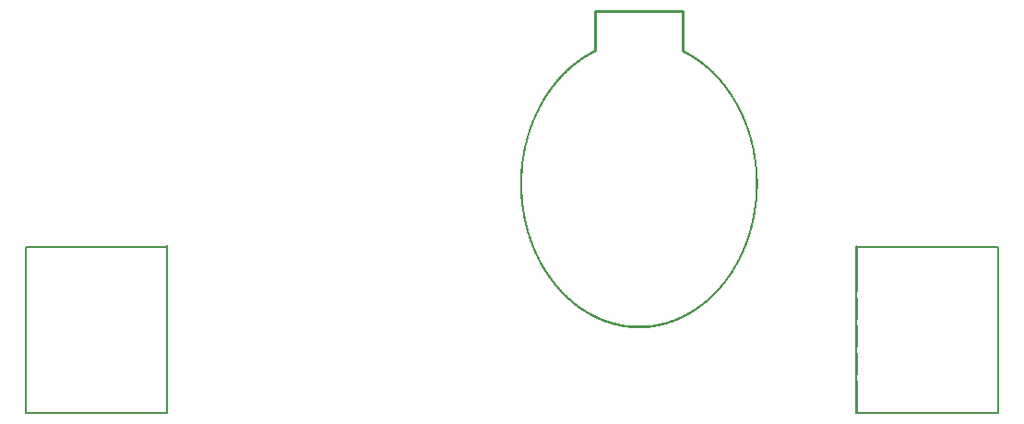
<source format=gbo>
G04 MADE WITH FRITZING*
G04 WWW.FRITZING.ORG*
G04 DOUBLE SIDED*
G04 HOLES PLATED*
G04 CONTOUR ON CENTER OF CONTOUR VECTOR*
%ASAXBY*%
%FSLAX23Y23*%
%MOIN*%
%OFA0B0*%
%SFA1.0B1.0*%
%ADD10C,0.008821*%
%ADD11C,0.008000*%
%ADD12R,0.001000X0.001000*%
%LNSILK0*%
G90*
G70*
G54D10*
X2569Y2508D02*
X2569Y2652D01*
D02*
X2569Y2652D02*
X2252Y2652D01*
D02*
X2252Y2652D02*
X2252Y2508D01*
G54D11*
D02*
X3708Y1800D02*
X3196Y1800D01*
D02*
X3708Y1800D02*
X3708Y1200D01*
D02*
X3196Y1200D02*
X3708Y1200D01*
D02*
X193Y1200D02*
X705Y1200D01*
D02*
X193Y1200D02*
X193Y1800D01*
D02*
X705Y1800D02*
X193Y1800D01*
G54D12*
X2249Y2511D02*
X2250Y2511D01*
X2570Y2511D02*
X2571Y2511D01*
X2247Y2510D02*
X2251Y2510D01*
X2569Y2510D02*
X2573Y2510D01*
X2245Y2509D02*
X2251Y2509D01*
X2569Y2509D02*
X2575Y2509D01*
X2243Y2508D02*
X2251Y2508D01*
X2569Y2508D02*
X2577Y2508D01*
X2241Y2507D02*
X2252Y2507D01*
X2568Y2507D02*
X2579Y2507D01*
X2239Y2506D02*
X2252Y2506D01*
X2568Y2506D02*
X2581Y2506D01*
X2237Y2505D02*
X2252Y2505D01*
X2568Y2505D02*
X2583Y2505D01*
X2235Y2504D02*
X2252Y2504D01*
X2567Y2504D02*
X2585Y2504D01*
X2233Y2503D02*
X2251Y2503D01*
X2569Y2503D02*
X2586Y2503D01*
X2232Y2502D02*
X2249Y2502D01*
X2571Y2502D02*
X2588Y2502D01*
X2230Y2501D02*
X2247Y2501D01*
X2573Y2501D02*
X2590Y2501D01*
X2228Y2500D02*
X2245Y2500D01*
X2575Y2500D02*
X2592Y2500D01*
X2226Y2499D02*
X2243Y2499D01*
X2577Y2499D02*
X2594Y2499D01*
X2225Y2498D02*
X2241Y2498D01*
X2579Y2498D02*
X2595Y2498D01*
X2223Y2497D02*
X2239Y2497D01*
X2581Y2497D02*
X2597Y2497D01*
X2221Y2496D02*
X2237Y2496D01*
X2583Y2496D02*
X2599Y2496D01*
X2220Y2495D02*
X2235Y2495D01*
X2584Y2495D02*
X2600Y2495D01*
X2218Y2494D02*
X2234Y2494D01*
X2586Y2494D02*
X2602Y2494D01*
X2216Y2493D02*
X2232Y2493D01*
X2588Y2493D02*
X2604Y2493D01*
X2215Y2492D02*
X2230Y2492D01*
X2590Y2492D02*
X2605Y2492D01*
X2213Y2491D02*
X2228Y2491D01*
X2591Y2491D02*
X2607Y2491D01*
X2212Y2490D02*
X2227Y2490D01*
X2593Y2490D02*
X2608Y2490D01*
X2210Y2489D02*
X2225Y2489D01*
X2595Y2489D02*
X2610Y2489D01*
X2208Y2488D02*
X2223Y2488D01*
X2597Y2488D02*
X2612Y2488D01*
X2207Y2487D02*
X2222Y2487D01*
X2598Y2487D02*
X2613Y2487D01*
X2205Y2486D02*
X2220Y2486D01*
X2600Y2486D02*
X2615Y2486D01*
X2204Y2485D02*
X2218Y2485D01*
X2602Y2485D02*
X2616Y2485D01*
X2202Y2484D02*
X2217Y2484D01*
X2603Y2484D02*
X2618Y2484D01*
X2201Y2483D02*
X2215Y2483D01*
X2605Y2483D02*
X2619Y2483D01*
X2199Y2482D02*
X2214Y2482D01*
X2606Y2482D02*
X2621Y2482D01*
X2198Y2481D02*
X2212Y2481D01*
X2608Y2481D02*
X2622Y2481D01*
X2197Y2480D02*
X2211Y2480D01*
X2609Y2480D02*
X2623Y2480D01*
X2195Y2479D02*
X2209Y2479D01*
X2611Y2479D02*
X2625Y2479D01*
X2194Y2478D02*
X2208Y2478D01*
X2612Y2478D02*
X2626Y2478D01*
X2192Y2477D02*
X2206Y2477D01*
X2614Y2477D02*
X2627Y2477D01*
X2191Y2476D02*
X2204Y2476D01*
X2615Y2476D02*
X2629Y2476D01*
X2190Y2475D02*
X2203Y2475D01*
X2617Y2475D02*
X2630Y2475D01*
X2188Y2474D02*
X2201Y2474D01*
X2618Y2474D02*
X2632Y2474D01*
X2187Y2473D02*
X2200Y2473D01*
X2620Y2473D02*
X2633Y2473D01*
X2186Y2472D02*
X2199Y2472D01*
X2621Y2472D02*
X2634Y2472D01*
X2184Y2471D02*
X2197Y2471D01*
X2623Y2471D02*
X2636Y2471D01*
X2183Y2470D02*
X2196Y2470D01*
X2624Y2470D02*
X2637Y2470D01*
X2182Y2469D02*
X2194Y2469D01*
X2625Y2469D02*
X2638Y2469D01*
X2180Y2468D02*
X2193Y2468D01*
X2627Y2468D02*
X2640Y2468D01*
X2179Y2467D02*
X2192Y2467D01*
X2628Y2467D02*
X2641Y2467D01*
X2178Y2466D02*
X2190Y2466D01*
X2630Y2466D02*
X2642Y2466D01*
X2177Y2465D02*
X2189Y2465D01*
X2631Y2465D02*
X2643Y2465D01*
X2175Y2464D02*
X2188Y2464D01*
X2632Y2464D02*
X2645Y2464D01*
X2174Y2463D02*
X2186Y2463D01*
X2634Y2463D02*
X2646Y2463D01*
X2173Y2462D02*
X2185Y2462D01*
X2635Y2462D02*
X2647Y2462D01*
X2172Y2461D02*
X2184Y2461D01*
X2636Y2461D02*
X2648Y2461D01*
X2170Y2460D02*
X2182Y2460D01*
X2638Y2460D02*
X2650Y2460D01*
X2169Y2459D02*
X2181Y2459D01*
X2639Y2459D02*
X2651Y2459D01*
X2168Y2458D02*
X2180Y2458D01*
X2640Y2458D02*
X2652Y2458D01*
X2167Y2457D02*
X2179Y2457D01*
X2641Y2457D02*
X2653Y2457D01*
X2165Y2456D02*
X2177Y2456D01*
X2643Y2456D02*
X2654Y2456D01*
X2164Y2455D02*
X2176Y2455D01*
X2644Y2455D02*
X2656Y2455D01*
X2163Y2454D02*
X2175Y2454D01*
X2645Y2454D02*
X2657Y2454D01*
X2162Y2453D02*
X2174Y2453D01*
X2646Y2453D02*
X2658Y2453D01*
X2161Y2452D02*
X2172Y2452D01*
X2648Y2452D02*
X2659Y2452D01*
X2160Y2451D02*
X2171Y2451D01*
X2649Y2451D02*
X2660Y2451D01*
X2159Y2450D02*
X2170Y2450D01*
X2650Y2450D02*
X2661Y2450D01*
X2157Y2449D02*
X2169Y2449D01*
X2651Y2449D02*
X2662Y2449D01*
X2156Y2448D02*
X2168Y2448D01*
X2652Y2448D02*
X2664Y2448D01*
X2155Y2447D02*
X2166Y2447D01*
X2654Y2447D02*
X2665Y2447D01*
X2154Y2446D02*
X2165Y2446D01*
X2655Y2446D02*
X2666Y2446D01*
X2153Y2445D02*
X2164Y2445D01*
X2656Y2445D02*
X2667Y2445D01*
X2152Y2444D02*
X2163Y2444D01*
X2657Y2444D02*
X2668Y2444D01*
X2151Y2443D02*
X2162Y2443D01*
X2658Y2443D02*
X2669Y2443D01*
X2150Y2442D02*
X2161Y2442D01*
X2659Y2442D02*
X2670Y2442D01*
X2149Y2441D02*
X2159Y2441D01*
X2660Y2441D02*
X2671Y2441D01*
X2148Y2440D02*
X2158Y2440D01*
X2662Y2440D02*
X2672Y2440D01*
X2147Y2439D02*
X2157Y2439D01*
X2663Y2439D02*
X2673Y2439D01*
X2146Y2438D02*
X2156Y2438D01*
X2664Y2438D02*
X2674Y2438D01*
X2144Y2437D02*
X2155Y2437D01*
X2665Y2437D02*
X2675Y2437D01*
X2143Y2436D02*
X2154Y2436D01*
X2666Y2436D02*
X2676Y2436D01*
X2142Y2435D02*
X2153Y2435D01*
X2667Y2435D02*
X2678Y2435D01*
X2141Y2434D02*
X2152Y2434D01*
X2668Y2434D02*
X2679Y2434D01*
X2140Y2433D02*
X2151Y2433D01*
X2669Y2433D02*
X2680Y2433D01*
X2139Y2432D02*
X2150Y2432D01*
X2670Y2432D02*
X2681Y2432D01*
X2138Y2431D02*
X2149Y2431D01*
X2671Y2431D02*
X2682Y2431D01*
X2137Y2430D02*
X2148Y2430D01*
X2672Y2430D02*
X2683Y2430D01*
X2136Y2429D02*
X2147Y2429D01*
X2673Y2429D02*
X2684Y2429D01*
X2135Y2428D02*
X2146Y2428D01*
X2674Y2428D02*
X2685Y2428D01*
X2134Y2427D02*
X2144Y2427D01*
X2675Y2427D02*
X2686Y2427D01*
X2133Y2426D02*
X2143Y2426D01*
X2676Y2426D02*
X2686Y2426D01*
X2132Y2425D02*
X2142Y2425D01*
X2678Y2425D02*
X2687Y2425D01*
X2132Y2424D02*
X2141Y2424D01*
X2679Y2424D02*
X2688Y2424D01*
X2131Y2423D02*
X2140Y2423D01*
X2680Y2423D02*
X2689Y2423D01*
X2130Y2422D02*
X2139Y2422D01*
X2680Y2422D02*
X2690Y2422D01*
X2129Y2421D02*
X2138Y2421D01*
X2681Y2421D02*
X2691Y2421D01*
X2128Y2420D02*
X2138Y2420D01*
X2682Y2420D02*
X2692Y2420D01*
X2127Y2419D02*
X2137Y2419D01*
X2683Y2419D02*
X2693Y2419D01*
X2126Y2418D02*
X2136Y2418D01*
X2684Y2418D02*
X2694Y2418D01*
X2125Y2417D02*
X2135Y2417D01*
X2685Y2417D02*
X2695Y2417D01*
X2124Y2416D02*
X2134Y2416D01*
X2686Y2416D02*
X2696Y2416D01*
X2123Y2415D02*
X2133Y2415D01*
X2687Y2415D02*
X2697Y2415D01*
X2122Y2414D02*
X2132Y2414D01*
X2688Y2414D02*
X2698Y2414D01*
X2121Y2413D02*
X2131Y2413D01*
X2689Y2413D02*
X2699Y2413D01*
X2120Y2412D02*
X2130Y2412D01*
X2690Y2412D02*
X2700Y2412D01*
X2119Y2411D02*
X2129Y2411D01*
X2691Y2411D02*
X2700Y2411D01*
X2119Y2410D02*
X2128Y2410D01*
X2692Y2410D02*
X2701Y2410D01*
X2118Y2409D02*
X2127Y2409D01*
X2693Y2409D02*
X2702Y2409D01*
X2117Y2408D02*
X2126Y2408D01*
X2694Y2408D02*
X2703Y2408D01*
X2116Y2407D02*
X2125Y2407D01*
X2695Y2407D02*
X2704Y2407D01*
X2115Y2406D02*
X2124Y2406D01*
X2696Y2406D02*
X2705Y2406D01*
X2114Y2405D02*
X2123Y2405D01*
X2696Y2405D02*
X2706Y2405D01*
X2113Y2404D02*
X2123Y2404D01*
X2697Y2404D02*
X2707Y2404D01*
X2112Y2403D02*
X2122Y2403D01*
X2698Y2403D02*
X2707Y2403D01*
X2112Y2402D02*
X2121Y2402D01*
X2699Y2402D02*
X2708Y2402D01*
X2111Y2401D02*
X2120Y2401D01*
X2700Y2401D02*
X2709Y2401D01*
X2110Y2400D02*
X2119Y2400D01*
X2701Y2400D02*
X2710Y2400D01*
X2109Y2399D02*
X2118Y2399D01*
X2702Y2399D02*
X2711Y2399D01*
X2108Y2398D02*
X2117Y2398D01*
X2703Y2398D02*
X2712Y2398D01*
X2107Y2397D02*
X2116Y2397D01*
X2703Y2397D02*
X2712Y2397D01*
X2107Y2396D02*
X2116Y2396D01*
X2704Y2396D02*
X2713Y2396D01*
X2106Y2395D02*
X2115Y2395D01*
X2705Y2395D02*
X2714Y2395D01*
X2105Y2394D02*
X2114Y2394D01*
X2706Y2394D02*
X2715Y2394D01*
X2104Y2393D02*
X2113Y2393D01*
X2707Y2393D02*
X2716Y2393D01*
X2103Y2392D02*
X2112Y2392D01*
X2708Y2392D02*
X2716Y2392D01*
X2103Y2391D02*
X2111Y2391D01*
X2708Y2391D02*
X2717Y2391D01*
X2102Y2390D02*
X2111Y2390D01*
X2709Y2390D02*
X2718Y2390D01*
X2101Y2389D02*
X2110Y2389D01*
X2710Y2389D02*
X2719Y2389D01*
X2100Y2388D02*
X2109Y2388D01*
X2711Y2388D02*
X2720Y2388D01*
X2099Y2387D02*
X2108Y2387D01*
X2712Y2387D02*
X2720Y2387D01*
X2099Y2386D02*
X2107Y2386D01*
X2713Y2386D02*
X2721Y2386D01*
X2098Y2385D02*
X2107Y2385D01*
X2713Y2385D02*
X2722Y2385D01*
X2097Y2384D02*
X2106Y2384D01*
X2714Y2384D02*
X2723Y2384D01*
X2096Y2383D02*
X2105Y2383D01*
X2715Y2383D02*
X2724Y2383D01*
X2096Y2382D02*
X2104Y2382D01*
X2716Y2382D02*
X2724Y2382D01*
X2095Y2381D02*
X2103Y2381D01*
X2717Y2381D02*
X2725Y2381D01*
X2094Y2380D02*
X2103Y2380D01*
X2717Y2380D02*
X2726Y2380D01*
X2093Y2379D02*
X2102Y2379D01*
X2718Y2379D02*
X2727Y2379D01*
X2093Y2378D02*
X2101Y2378D01*
X2719Y2378D02*
X2727Y2378D01*
X2092Y2377D02*
X2100Y2377D01*
X2720Y2377D02*
X2728Y2377D01*
X2091Y2376D02*
X2100Y2376D01*
X2720Y2376D02*
X2729Y2376D01*
X2090Y2375D02*
X2099Y2375D01*
X2721Y2375D02*
X2729Y2375D01*
X2090Y2374D02*
X2098Y2374D01*
X2722Y2374D02*
X2730Y2374D01*
X2089Y2373D02*
X2097Y2373D01*
X2723Y2373D02*
X2731Y2373D01*
X2088Y2372D02*
X2097Y2372D01*
X2723Y2372D02*
X2732Y2372D01*
X2087Y2371D02*
X2096Y2371D01*
X2724Y2371D02*
X2732Y2371D01*
X2087Y2370D02*
X2095Y2370D01*
X2725Y2370D02*
X2733Y2370D01*
X2086Y2369D02*
X2094Y2369D01*
X2726Y2369D02*
X2734Y2369D01*
X2085Y2368D02*
X2094Y2368D01*
X2726Y2368D02*
X2735Y2368D01*
X2085Y2367D02*
X2093Y2367D01*
X2727Y2367D02*
X2735Y2367D01*
X2084Y2366D02*
X2092Y2366D01*
X2728Y2366D02*
X2736Y2366D01*
X2083Y2365D02*
X2091Y2365D01*
X2729Y2365D02*
X2737Y2365D01*
X2083Y2364D02*
X2091Y2364D01*
X2729Y2364D02*
X2737Y2364D01*
X2082Y2363D02*
X2090Y2363D01*
X2730Y2363D02*
X2738Y2363D01*
X2081Y2362D02*
X2089Y2362D01*
X2731Y2362D02*
X2739Y2362D01*
X2081Y2361D02*
X2089Y2361D01*
X2731Y2361D02*
X2739Y2361D01*
X2080Y2360D02*
X2088Y2360D01*
X2732Y2360D02*
X2740Y2360D01*
X2079Y2359D02*
X2087Y2359D01*
X2733Y2359D02*
X2741Y2359D01*
X2079Y2358D02*
X2086Y2358D01*
X2733Y2358D02*
X2741Y2358D01*
X2078Y2357D02*
X2086Y2357D01*
X2734Y2357D02*
X2742Y2357D01*
X2077Y2356D02*
X2085Y2356D01*
X2735Y2356D02*
X2743Y2356D01*
X2076Y2355D02*
X2084Y2355D01*
X2735Y2355D02*
X2743Y2355D01*
X2076Y2354D02*
X2084Y2354D01*
X2736Y2354D02*
X2744Y2354D01*
X2075Y2353D02*
X2083Y2353D01*
X2737Y2353D02*
X2745Y2353D01*
X2074Y2352D02*
X2082Y2352D01*
X2738Y2352D02*
X2745Y2352D01*
X2074Y2351D02*
X2082Y2351D01*
X2738Y2351D02*
X2746Y2351D01*
X2073Y2350D02*
X2081Y2350D01*
X2739Y2350D02*
X2747Y2350D01*
X2073Y2349D02*
X2080Y2349D01*
X2740Y2349D02*
X2747Y2349D01*
X2072Y2348D02*
X2080Y2348D01*
X2740Y2348D02*
X2748Y2348D01*
X2071Y2347D02*
X2079Y2347D01*
X2741Y2347D02*
X2749Y2347D01*
X2071Y2346D02*
X2078Y2346D01*
X2742Y2346D02*
X2749Y2346D01*
X2070Y2345D02*
X2078Y2345D01*
X2742Y2345D02*
X2750Y2345D01*
X2069Y2344D02*
X2077Y2344D01*
X2743Y2344D02*
X2750Y2344D01*
X2069Y2343D02*
X2076Y2343D01*
X2743Y2343D02*
X2751Y2343D01*
X2068Y2342D02*
X2076Y2342D01*
X2744Y2342D02*
X2752Y2342D01*
X2068Y2341D02*
X2075Y2341D01*
X2745Y2341D02*
X2752Y2341D01*
X2067Y2340D02*
X2075Y2340D01*
X2745Y2340D02*
X2753Y2340D01*
X2066Y2339D02*
X2074Y2339D01*
X2746Y2339D02*
X2754Y2339D01*
X2066Y2338D02*
X2073Y2338D01*
X2747Y2338D02*
X2754Y2338D01*
X2065Y2337D02*
X2073Y2337D01*
X2747Y2337D02*
X2755Y2337D01*
X2064Y2336D02*
X2072Y2336D01*
X2748Y2336D02*
X2755Y2336D01*
X2064Y2335D02*
X2071Y2335D01*
X2748Y2335D02*
X2756Y2335D01*
X2063Y2334D02*
X2071Y2334D01*
X2749Y2334D02*
X2757Y2334D01*
X2063Y2333D02*
X2070Y2333D01*
X2750Y2333D02*
X2757Y2333D01*
X2062Y2332D02*
X2070Y2332D01*
X2750Y2332D02*
X2758Y2332D01*
X2061Y2331D02*
X2069Y2331D01*
X2751Y2331D02*
X2758Y2331D01*
X2061Y2330D02*
X2068Y2330D01*
X2752Y2330D02*
X2759Y2330D01*
X2060Y2329D02*
X2068Y2329D01*
X2752Y2329D02*
X2760Y2329D01*
X2060Y2328D02*
X2067Y2328D01*
X2753Y2328D02*
X2760Y2328D01*
X2059Y2327D02*
X2067Y2327D01*
X2753Y2327D02*
X2761Y2327D01*
X2059Y2326D02*
X2066Y2326D01*
X2754Y2326D02*
X2761Y2326D01*
X2058Y2325D02*
X2065Y2325D01*
X2754Y2325D02*
X2762Y2325D01*
X2057Y2324D02*
X2065Y2324D01*
X2755Y2324D02*
X2762Y2324D01*
X2057Y2323D02*
X2064Y2323D01*
X2756Y2323D02*
X2763Y2323D01*
X2056Y2322D02*
X2064Y2322D01*
X2756Y2322D02*
X2764Y2322D01*
X2056Y2321D02*
X2063Y2321D01*
X2757Y2321D02*
X2764Y2321D01*
X2055Y2320D02*
X2063Y2320D01*
X2757Y2320D02*
X2765Y2320D01*
X2055Y2319D02*
X2062Y2319D01*
X2758Y2319D02*
X2765Y2319D01*
X2054Y2318D02*
X2061Y2318D01*
X2758Y2318D02*
X2766Y2318D01*
X2054Y2317D02*
X2061Y2317D01*
X2759Y2317D02*
X2766Y2317D01*
X2053Y2316D02*
X2060Y2316D01*
X2760Y2316D02*
X2767Y2316D01*
X2052Y2315D02*
X2060Y2315D01*
X2760Y2315D02*
X2768Y2315D01*
X2052Y2314D02*
X2059Y2314D01*
X2761Y2314D02*
X2768Y2314D01*
X2051Y2313D02*
X2059Y2313D01*
X2761Y2313D02*
X2769Y2313D01*
X2051Y2312D02*
X2058Y2312D01*
X2762Y2312D02*
X2769Y2312D01*
X2050Y2311D02*
X2057Y2311D01*
X2762Y2311D02*
X2770Y2311D01*
X2050Y2310D02*
X2057Y2310D01*
X2763Y2310D02*
X2770Y2310D01*
X2049Y2309D02*
X2056Y2309D01*
X2764Y2309D02*
X2771Y2309D01*
X2049Y2308D02*
X2056Y2308D01*
X2764Y2308D02*
X2771Y2308D01*
X2048Y2307D02*
X2055Y2307D01*
X2765Y2307D02*
X2772Y2307D01*
X2048Y2306D02*
X2055Y2306D01*
X2765Y2306D02*
X2772Y2306D01*
X2047Y2305D02*
X2054Y2305D01*
X2766Y2305D02*
X2773Y2305D01*
X2047Y2304D02*
X2054Y2304D01*
X2766Y2304D02*
X2773Y2304D01*
X2046Y2303D02*
X2053Y2303D01*
X2767Y2303D02*
X2774Y2303D01*
X2046Y2302D02*
X2053Y2302D01*
X2767Y2302D02*
X2774Y2302D01*
X2045Y2301D02*
X2052Y2301D01*
X2768Y2301D02*
X2775Y2301D01*
X2045Y2300D02*
X2052Y2300D01*
X2768Y2300D02*
X2775Y2300D01*
X2044Y2299D02*
X2051Y2299D01*
X2769Y2299D02*
X2776Y2299D01*
X2044Y2298D02*
X2051Y2298D01*
X2769Y2298D02*
X2776Y2298D01*
X2043Y2297D02*
X2050Y2297D01*
X2770Y2297D02*
X2777Y2297D01*
X2043Y2296D02*
X2050Y2296D01*
X2770Y2296D02*
X2777Y2296D01*
X2042Y2295D02*
X2049Y2295D01*
X2771Y2295D02*
X2778Y2295D01*
X2042Y2294D02*
X2049Y2294D01*
X2771Y2294D02*
X2778Y2294D01*
X2041Y2293D02*
X2048Y2293D01*
X2772Y2293D02*
X2779Y2293D01*
X2041Y2292D02*
X2048Y2292D01*
X2772Y2292D02*
X2779Y2292D01*
X2040Y2291D02*
X2047Y2291D01*
X2773Y2291D02*
X2780Y2291D01*
X2040Y2290D02*
X2047Y2290D01*
X2773Y2290D02*
X2780Y2290D01*
X2039Y2289D02*
X2046Y2289D01*
X2774Y2289D02*
X2781Y2289D01*
X2039Y2288D02*
X2046Y2288D01*
X2774Y2288D02*
X2781Y2288D01*
X2038Y2287D02*
X2045Y2287D01*
X2775Y2287D02*
X2782Y2287D01*
X2038Y2286D02*
X2045Y2286D01*
X2775Y2286D02*
X2782Y2286D01*
X2037Y2285D02*
X2044Y2285D01*
X2776Y2285D02*
X2783Y2285D01*
X2037Y2284D02*
X2044Y2284D01*
X2776Y2284D02*
X2783Y2284D01*
X2036Y2283D02*
X2043Y2283D01*
X2777Y2283D02*
X2783Y2283D01*
X2036Y2282D02*
X2043Y2282D01*
X2777Y2282D02*
X2784Y2282D01*
X2035Y2281D02*
X2042Y2281D01*
X2778Y2281D02*
X2784Y2281D01*
X2035Y2280D02*
X2042Y2280D01*
X2778Y2280D02*
X2785Y2280D01*
X2035Y2279D02*
X2041Y2279D01*
X2778Y2279D02*
X2785Y2279D01*
X2034Y2278D02*
X2041Y2278D01*
X2779Y2278D02*
X2786Y2278D01*
X2034Y2277D02*
X2040Y2277D01*
X2779Y2277D02*
X2786Y2277D01*
X2033Y2276D02*
X2040Y2276D01*
X2780Y2276D02*
X2787Y2276D01*
X2033Y2275D02*
X2040Y2275D01*
X2780Y2275D02*
X2787Y2275D01*
X2032Y2274D02*
X2039Y2274D01*
X2781Y2274D02*
X2788Y2274D01*
X2032Y2273D02*
X2039Y2273D01*
X2781Y2273D02*
X2788Y2273D01*
X2031Y2272D02*
X2038Y2272D01*
X2782Y2272D02*
X2788Y2272D01*
X2031Y2271D02*
X2038Y2271D01*
X2782Y2271D02*
X2789Y2271D01*
X2031Y2270D02*
X2037Y2270D01*
X2783Y2270D02*
X2789Y2270D01*
X2030Y2269D02*
X2037Y2269D01*
X2783Y2269D02*
X2790Y2269D01*
X2030Y2268D02*
X2036Y2268D01*
X2783Y2268D02*
X2790Y2268D01*
X2029Y2267D02*
X2036Y2267D01*
X2784Y2267D02*
X2791Y2267D01*
X2029Y2266D02*
X2036Y2266D01*
X2784Y2266D02*
X2791Y2266D01*
X2029Y2265D02*
X2035Y2265D01*
X2785Y2265D02*
X2791Y2265D01*
X2028Y2264D02*
X2035Y2264D01*
X2785Y2264D02*
X2792Y2264D01*
X2028Y2263D02*
X2034Y2263D01*
X2786Y2263D02*
X2792Y2263D01*
X2027Y2262D02*
X2034Y2262D01*
X2786Y2262D02*
X2793Y2262D01*
X2027Y2261D02*
X2034Y2261D01*
X2786Y2261D02*
X2793Y2261D01*
X2026Y2260D02*
X2033Y2260D01*
X2787Y2260D02*
X2794Y2260D01*
X2026Y2259D02*
X2033Y2259D01*
X2787Y2259D02*
X2794Y2259D01*
X2026Y2258D02*
X2032Y2258D01*
X2788Y2258D02*
X2794Y2258D01*
X2025Y2257D02*
X2032Y2257D01*
X2788Y2257D02*
X2795Y2257D01*
X2025Y2256D02*
X2031Y2256D01*
X2789Y2256D02*
X2795Y2256D01*
X2024Y2255D02*
X2031Y2255D01*
X2789Y2255D02*
X2796Y2255D01*
X2024Y2254D02*
X2031Y2254D01*
X2789Y2254D02*
X2796Y2254D01*
X2024Y2253D02*
X2030Y2253D01*
X2790Y2253D02*
X2796Y2253D01*
X2023Y2252D02*
X2030Y2252D01*
X2790Y2252D02*
X2797Y2252D01*
X2023Y2251D02*
X2029Y2251D01*
X2791Y2251D02*
X2797Y2251D01*
X2022Y2250D02*
X2029Y2250D01*
X2791Y2250D02*
X2797Y2250D01*
X2022Y2249D02*
X2029Y2249D01*
X2791Y2249D02*
X2798Y2249D01*
X2022Y2248D02*
X2028Y2248D01*
X2792Y2248D02*
X2798Y2248D01*
X2021Y2247D02*
X2028Y2247D01*
X2792Y2247D02*
X2799Y2247D01*
X2021Y2246D02*
X2027Y2246D01*
X2792Y2246D02*
X2799Y2246D01*
X2021Y2245D02*
X2027Y2245D01*
X2793Y2245D02*
X2799Y2245D01*
X2020Y2244D02*
X2027Y2244D01*
X2793Y2244D02*
X2800Y2244D01*
X2020Y2243D02*
X2026Y2243D01*
X2794Y2243D02*
X2800Y2243D01*
X2019Y2242D02*
X2026Y2242D01*
X2794Y2242D02*
X2801Y2242D01*
X2019Y2241D02*
X2026Y2241D01*
X2794Y2241D02*
X2801Y2241D01*
X2019Y2240D02*
X2025Y2240D01*
X2795Y2240D02*
X2801Y2240D01*
X2018Y2239D02*
X2025Y2239D01*
X2795Y2239D02*
X2802Y2239D01*
X2018Y2238D02*
X2024Y2238D01*
X2796Y2238D02*
X2802Y2238D01*
X2017Y2237D02*
X2024Y2237D01*
X2796Y2237D02*
X2802Y2237D01*
X2017Y2236D02*
X2024Y2236D01*
X2796Y2236D02*
X2803Y2236D01*
X2017Y2235D02*
X2023Y2235D01*
X2797Y2235D02*
X2803Y2235D01*
X2016Y2234D02*
X2023Y2234D01*
X2797Y2234D02*
X2803Y2234D01*
X2016Y2233D02*
X2023Y2233D01*
X2797Y2233D02*
X2804Y2233D01*
X2016Y2232D02*
X2022Y2232D01*
X2798Y2232D02*
X2804Y2232D01*
X2015Y2231D02*
X2022Y2231D01*
X2798Y2231D02*
X2804Y2231D01*
X2015Y2230D02*
X2022Y2230D01*
X2798Y2230D02*
X2805Y2230D01*
X2015Y2229D02*
X2021Y2229D01*
X2799Y2229D02*
X2805Y2229D01*
X2014Y2228D02*
X2021Y2228D01*
X2799Y2228D02*
X2806Y2228D01*
X2014Y2227D02*
X2020Y2227D01*
X2799Y2227D02*
X2806Y2227D01*
X2014Y2226D02*
X2020Y2226D01*
X2800Y2226D02*
X2806Y2226D01*
X2013Y2225D02*
X2020Y2225D01*
X2800Y2225D02*
X2807Y2225D01*
X2013Y2224D02*
X2019Y2224D01*
X2800Y2224D02*
X2807Y2224D01*
X2013Y2223D02*
X2019Y2223D01*
X2801Y2223D02*
X2807Y2223D01*
X2012Y2222D02*
X2019Y2222D01*
X2801Y2222D02*
X2808Y2222D01*
X2012Y2221D02*
X2018Y2221D01*
X2801Y2221D02*
X2808Y2221D01*
X2012Y2220D02*
X2018Y2220D01*
X2802Y2220D02*
X2808Y2220D01*
X2011Y2219D02*
X2018Y2219D01*
X2802Y2219D02*
X2809Y2219D01*
X2011Y2218D02*
X2017Y2218D01*
X2802Y2218D02*
X2809Y2218D01*
X2011Y2217D02*
X2017Y2217D01*
X2803Y2217D02*
X2809Y2217D01*
X2010Y2216D02*
X2017Y2216D01*
X2803Y2216D02*
X2810Y2216D01*
X2010Y2215D02*
X2016Y2215D01*
X2804Y2215D02*
X2810Y2215D01*
X2010Y2214D02*
X2016Y2214D01*
X2804Y2214D02*
X2810Y2214D01*
X2009Y2213D02*
X2016Y2213D01*
X2804Y2213D02*
X2810Y2213D01*
X2009Y2212D02*
X2015Y2212D01*
X2804Y2212D02*
X2811Y2212D01*
X2009Y2211D02*
X2015Y2211D01*
X2805Y2211D02*
X2811Y2211D01*
X2009Y2210D02*
X2015Y2210D01*
X2805Y2210D02*
X2811Y2210D01*
X2008Y2209D02*
X2015Y2209D01*
X2805Y2209D02*
X2812Y2209D01*
X2008Y2208D02*
X2014Y2208D01*
X2806Y2208D02*
X2812Y2208D01*
X2008Y2207D02*
X2014Y2207D01*
X2806Y2207D02*
X2812Y2207D01*
X2007Y2206D02*
X2014Y2206D01*
X2806Y2206D02*
X2813Y2206D01*
X2007Y2205D02*
X2013Y2205D01*
X2807Y2205D02*
X2813Y2205D01*
X2007Y2204D02*
X2013Y2204D01*
X2807Y2204D02*
X2813Y2204D01*
X2006Y2203D02*
X2013Y2203D01*
X2807Y2203D02*
X2813Y2203D01*
X2006Y2202D02*
X2012Y2202D01*
X2807Y2202D02*
X2814Y2202D01*
X2006Y2201D02*
X2012Y2201D01*
X2808Y2201D02*
X2814Y2201D01*
X2006Y2200D02*
X2012Y2200D01*
X2808Y2200D02*
X2814Y2200D01*
X2005Y2199D02*
X2012Y2199D01*
X2808Y2199D02*
X2815Y2199D01*
X2005Y2198D02*
X2011Y2198D01*
X2809Y2198D02*
X2815Y2198D01*
X2005Y2197D02*
X2011Y2197D01*
X2809Y2197D02*
X2815Y2197D01*
X2004Y2196D02*
X2011Y2196D01*
X2809Y2196D02*
X2816Y2196D01*
X2004Y2195D02*
X2010Y2195D01*
X2810Y2195D02*
X2816Y2195D01*
X2004Y2194D02*
X2010Y2194D01*
X2810Y2194D02*
X2816Y2194D01*
X2004Y2193D02*
X2010Y2193D01*
X2810Y2193D02*
X2816Y2193D01*
X2003Y2192D02*
X2010Y2192D01*
X2810Y2192D02*
X2817Y2192D01*
X2003Y2191D02*
X2009Y2191D01*
X2811Y2191D02*
X2817Y2191D01*
X2003Y2190D02*
X2009Y2190D01*
X2811Y2190D02*
X2817Y2190D01*
X2002Y2189D02*
X2009Y2189D01*
X2811Y2189D02*
X2817Y2189D01*
X2002Y2188D02*
X2008Y2188D01*
X2811Y2188D02*
X2818Y2188D01*
X2002Y2187D02*
X2008Y2187D01*
X2812Y2187D02*
X2818Y2187D01*
X2002Y2186D02*
X2008Y2186D01*
X2812Y2186D02*
X2818Y2186D01*
X2001Y2185D02*
X2008Y2185D01*
X2812Y2185D02*
X2818Y2185D01*
X2001Y2184D02*
X2007Y2184D01*
X2812Y2184D02*
X2819Y2184D01*
X2001Y2183D02*
X2007Y2183D01*
X2813Y2183D02*
X2819Y2183D01*
X2001Y2182D02*
X2007Y2182D01*
X2813Y2182D02*
X2819Y2182D01*
X2000Y2181D02*
X2007Y2181D01*
X2813Y2181D02*
X2820Y2181D01*
X2000Y2180D02*
X2006Y2180D01*
X2814Y2180D02*
X2820Y2180D01*
X2000Y2179D02*
X2006Y2179D01*
X2814Y2179D02*
X2820Y2179D01*
X2000Y2178D02*
X2006Y2178D01*
X2814Y2178D02*
X2820Y2178D01*
X1999Y2177D02*
X2006Y2177D01*
X2814Y2177D02*
X2821Y2177D01*
X1999Y2176D02*
X2005Y2176D01*
X2815Y2176D02*
X2821Y2176D01*
X1999Y2175D02*
X2005Y2175D01*
X2815Y2175D02*
X2821Y2175D01*
X1999Y2174D02*
X2005Y2174D01*
X2815Y2174D02*
X2821Y2174D01*
X1998Y2173D02*
X2005Y2173D01*
X2815Y2173D02*
X2822Y2173D01*
X1998Y2172D02*
X2004Y2172D01*
X2816Y2172D02*
X2822Y2172D01*
X1998Y2171D02*
X2004Y2171D01*
X2816Y2171D02*
X2822Y2171D01*
X1998Y2170D02*
X2004Y2170D01*
X2816Y2170D02*
X2822Y2170D01*
X1997Y2169D02*
X2004Y2169D01*
X2816Y2169D02*
X2823Y2169D01*
X1997Y2168D02*
X2003Y2168D01*
X2817Y2168D02*
X2823Y2168D01*
X1997Y2167D02*
X2003Y2167D01*
X2817Y2167D02*
X2823Y2167D01*
X1997Y2166D02*
X2003Y2166D01*
X2817Y2166D02*
X2823Y2166D01*
X1996Y2165D02*
X2003Y2165D01*
X2817Y2165D02*
X2823Y2165D01*
X1996Y2164D02*
X2002Y2164D01*
X2817Y2164D02*
X2824Y2164D01*
X1996Y2163D02*
X2002Y2163D01*
X2818Y2163D02*
X2824Y2163D01*
X1996Y2162D02*
X2002Y2162D01*
X2818Y2162D02*
X2824Y2162D01*
X1996Y2161D02*
X2002Y2161D01*
X2818Y2161D02*
X2824Y2161D01*
X1995Y2160D02*
X2002Y2160D01*
X2818Y2160D02*
X2825Y2160D01*
X1995Y2159D02*
X2001Y2159D01*
X2819Y2159D02*
X2825Y2159D01*
X1995Y2158D02*
X2001Y2158D01*
X2819Y2158D02*
X2825Y2158D01*
X1995Y2157D02*
X2001Y2157D01*
X2819Y2157D02*
X2825Y2157D01*
X1995Y2156D02*
X2001Y2156D01*
X2819Y2156D02*
X2825Y2156D01*
X1994Y2155D02*
X2000Y2155D01*
X2819Y2155D02*
X2826Y2155D01*
X1994Y2154D02*
X2000Y2154D01*
X2820Y2154D02*
X2826Y2154D01*
X1994Y2153D02*
X2000Y2153D01*
X2820Y2153D02*
X2826Y2153D01*
X1994Y2152D02*
X2000Y2152D01*
X2820Y2152D02*
X2826Y2152D01*
X1993Y2151D02*
X2000Y2151D01*
X2820Y2151D02*
X2826Y2151D01*
X1993Y2150D02*
X1999Y2150D01*
X2820Y2150D02*
X2827Y2150D01*
X1993Y2149D02*
X1999Y2149D01*
X2821Y2149D02*
X2827Y2149D01*
X1993Y2148D02*
X1999Y2148D01*
X2821Y2148D02*
X2827Y2148D01*
X1993Y2147D02*
X1999Y2147D01*
X2821Y2147D02*
X2827Y2147D01*
X1992Y2146D02*
X1999Y2146D01*
X2821Y2146D02*
X2827Y2146D01*
X1992Y2145D02*
X1998Y2145D01*
X2821Y2145D02*
X2828Y2145D01*
X1992Y2144D02*
X1998Y2144D01*
X2822Y2144D02*
X2828Y2144D01*
X1992Y2143D02*
X1998Y2143D01*
X2822Y2143D02*
X2828Y2143D01*
X1992Y2142D02*
X1998Y2142D01*
X2822Y2142D02*
X2828Y2142D01*
X1992Y2141D02*
X1998Y2141D01*
X2822Y2141D02*
X2828Y2141D01*
X1991Y2140D02*
X1998Y2140D01*
X2822Y2140D02*
X2829Y2140D01*
X1991Y2139D02*
X1997Y2139D01*
X2823Y2139D02*
X2829Y2139D01*
X1991Y2138D02*
X1997Y2138D01*
X2823Y2138D02*
X2829Y2138D01*
X1991Y2137D02*
X1997Y2137D01*
X2823Y2137D02*
X2829Y2137D01*
X1991Y2136D02*
X1997Y2136D01*
X2823Y2136D02*
X2829Y2136D01*
X1990Y2135D02*
X1997Y2135D01*
X2823Y2135D02*
X2829Y2135D01*
X1990Y2134D02*
X1996Y2134D01*
X2823Y2134D02*
X2830Y2134D01*
X1990Y2133D02*
X1996Y2133D01*
X2824Y2133D02*
X2830Y2133D01*
X1990Y2132D02*
X1996Y2132D01*
X2824Y2132D02*
X2830Y2132D01*
X1990Y2131D02*
X1996Y2131D01*
X2824Y2131D02*
X2830Y2131D01*
X1990Y2130D02*
X1996Y2130D01*
X2824Y2130D02*
X2830Y2130D01*
X1989Y2129D02*
X1996Y2129D01*
X2824Y2129D02*
X2830Y2129D01*
X1989Y2128D02*
X1995Y2128D01*
X2824Y2128D02*
X2831Y2128D01*
X1989Y2127D02*
X1995Y2127D01*
X2825Y2127D02*
X2831Y2127D01*
X1989Y2126D02*
X1995Y2126D01*
X2825Y2126D02*
X2831Y2126D01*
X1989Y2125D02*
X1995Y2125D01*
X2825Y2125D02*
X2831Y2125D01*
X1989Y2124D02*
X1995Y2124D01*
X2825Y2124D02*
X2831Y2124D01*
X1989Y2123D02*
X1995Y2123D01*
X2825Y2123D02*
X2831Y2123D01*
X1988Y2122D02*
X1994Y2122D01*
X2825Y2122D02*
X2832Y2122D01*
X1988Y2121D02*
X1994Y2121D01*
X2826Y2121D02*
X2832Y2121D01*
X1988Y2120D02*
X1994Y2120D01*
X2826Y2120D02*
X2832Y2120D01*
X1988Y2119D02*
X1994Y2119D01*
X2826Y2119D02*
X2832Y2119D01*
X1988Y2118D02*
X1994Y2118D01*
X2826Y2118D02*
X2832Y2118D01*
X1988Y2117D02*
X1994Y2117D01*
X2826Y2117D02*
X2832Y2117D01*
X1987Y2116D02*
X1994Y2116D01*
X2826Y2116D02*
X2832Y2116D01*
X1987Y2115D02*
X1993Y2115D01*
X2826Y2115D02*
X2833Y2115D01*
X1987Y2114D02*
X1993Y2114D01*
X2827Y2114D02*
X2833Y2114D01*
X1987Y2113D02*
X1993Y2113D01*
X2827Y2113D02*
X2833Y2113D01*
X1987Y2112D02*
X1993Y2112D01*
X2827Y2112D02*
X2833Y2112D01*
X1987Y2111D02*
X1993Y2111D01*
X2827Y2111D02*
X2833Y2111D01*
X1987Y2110D02*
X1993Y2110D01*
X2827Y2110D02*
X2833Y2110D01*
X1986Y2109D02*
X1993Y2109D01*
X2827Y2109D02*
X2833Y2109D01*
X1986Y2108D02*
X1992Y2108D01*
X2827Y2108D02*
X2834Y2108D01*
X1986Y2107D02*
X1992Y2107D01*
X2828Y2107D02*
X2834Y2107D01*
X1986Y2106D02*
X1992Y2106D01*
X2828Y2106D02*
X2834Y2106D01*
X1986Y2105D02*
X1992Y2105D01*
X2828Y2105D02*
X2834Y2105D01*
X1986Y2104D02*
X1992Y2104D01*
X2828Y2104D02*
X2834Y2104D01*
X1986Y2103D02*
X1992Y2103D01*
X2828Y2103D02*
X2834Y2103D01*
X1986Y2102D02*
X1992Y2102D01*
X2828Y2102D02*
X2834Y2102D01*
X1986Y2101D02*
X1992Y2101D01*
X2828Y2101D02*
X2834Y2101D01*
X1985Y2100D02*
X1992Y2100D01*
X2828Y2100D02*
X2835Y2100D01*
X1985Y2099D02*
X1991Y2099D01*
X2829Y2099D02*
X2835Y2099D01*
X1985Y2098D02*
X1991Y2098D01*
X2829Y2098D02*
X2835Y2098D01*
X1985Y2097D02*
X1991Y2097D01*
X2829Y2097D02*
X2835Y2097D01*
X1985Y2096D02*
X1991Y2096D01*
X2829Y2096D02*
X2835Y2096D01*
X1985Y2095D02*
X1991Y2095D01*
X2829Y2095D02*
X2835Y2095D01*
X1985Y2094D02*
X1991Y2094D01*
X2829Y2094D02*
X2835Y2094D01*
X1985Y2093D02*
X1991Y2093D01*
X2829Y2093D02*
X2835Y2093D01*
X1985Y2092D02*
X1991Y2092D01*
X2829Y2092D02*
X2835Y2092D01*
X1984Y2091D02*
X1991Y2091D01*
X2829Y2091D02*
X2835Y2091D01*
X1984Y2090D02*
X1990Y2090D01*
X2829Y2090D02*
X2836Y2090D01*
X1984Y2089D02*
X1990Y2089D01*
X2830Y2089D02*
X2836Y2089D01*
X1984Y2088D02*
X1990Y2088D01*
X2830Y2088D02*
X2836Y2088D01*
X1984Y2087D02*
X1990Y2087D01*
X2830Y2087D02*
X2836Y2087D01*
X1984Y2086D02*
X1990Y2086D01*
X2830Y2086D02*
X2836Y2086D01*
X1984Y2085D02*
X1990Y2085D01*
X2830Y2085D02*
X2836Y2085D01*
X1984Y2084D02*
X1990Y2084D01*
X2830Y2084D02*
X2836Y2084D01*
X1984Y2083D02*
X1990Y2083D01*
X2830Y2083D02*
X2836Y2083D01*
X1984Y2082D02*
X1990Y2082D01*
X2830Y2082D02*
X2836Y2082D01*
X1983Y2081D02*
X1990Y2081D01*
X2830Y2081D02*
X2836Y2081D01*
X1983Y2080D02*
X1990Y2080D01*
X2830Y2080D02*
X2837Y2080D01*
X1983Y2079D02*
X1989Y2079D01*
X2830Y2079D02*
X2837Y2079D01*
X1983Y2078D02*
X1989Y2078D01*
X2831Y2078D02*
X2837Y2078D01*
X1983Y2077D02*
X1989Y2077D01*
X2831Y2077D02*
X2837Y2077D01*
X1983Y2076D02*
X1989Y2076D01*
X2831Y2076D02*
X2837Y2076D01*
X1983Y2075D02*
X1989Y2075D01*
X2831Y2075D02*
X2837Y2075D01*
X1983Y2074D02*
X1989Y2074D01*
X2831Y2074D02*
X2837Y2074D01*
X1983Y2073D02*
X1989Y2073D01*
X2831Y2073D02*
X2837Y2073D01*
X1983Y2072D02*
X1989Y2072D01*
X2831Y2072D02*
X2837Y2072D01*
X1983Y2071D02*
X1989Y2071D01*
X2831Y2071D02*
X2837Y2071D01*
X1983Y2070D02*
X1989Y2070D01*
X2831Y2070D02*
X2837Y2070D01*
X1983Y2069D02*
X1989Y2069D01*
X2831Y2069D02*
X2837Y2069D01*
X1982Y2068D02*
X1989Y2068D01*
X2831Y2068D02*
X2837Y2068D01*
X1982Y2067D02*
X1989Y2067D01*
X2831Y2067D02*
X2837Y2067D01*
X1982Y2066D02*
X1988Y2066D01*
X2831Y2066D02*
X2838Y2066D01*
X1982Y2065D02*
X1988Y2065D01*
X2831Y2065D02*
X2838Y2065D01*
X1982Y2064D02*
X1988Y2064D01*
X2832Y2064D02*
X2838Y2064D01*
X1982Y2063D02*
X1988Y2063D01*
X2832Y2063D02*
X2838Y2063D01*
X1982Y2062D02*
X1988Y2062D01*
X2832Y2062D02*
X2838Y2062D01*
X1982Y2061D02*
X1988Y2061D01*
X2832Y2061D02*
X2838Y2061D01*
X1982Y2060D02*
X1988Y2060D01*
X2832Y2060D02*
X2838Y2060D01*
X1982Y2059D02*
X1988Y2059D01*
X2832Y2059D02*
X2838Y2059D01*
X1982Y2058D02*
X1988Y2058D01*
X2832Y2058D02*
X2838Y2058D01*
X1982Y2057D02*
X1988Y2057D01*
X2832Y2057D02*
X2838Y2057D01*
X1982Y2056D02*
X1988Y2056D01*
X2832Y2056D02*
X2838Y2056D01*
X1982Y2055D02*
X1988Y2055D01*
X2832Y2055D02*
X2838Y2055D01*
X1982Y2054D02*
X1988Y2054D01*
X2832Y2054D02*
X2838Y2054D01*
X1982Y2053D02*
X1988Y2053D01*
X2832Y2053D02*
X2838Y2053D01*
X1982Y2052D02*
X1988Y2052D01*
X2832Y2052D02*
X2838Y2052D01*
X1982Y2051D02*
X1988Y2051D01*
X2832Y2051D02*
X2838Y2051D01*
X1982Y2050D02*
X1988Y2050D01*
X2832Y2050D02*
X2838Y2050D01*
X1982Y2049D02*
X1988Y2049D01*
X2832Y2049D02*
X2838Y2049D01*
X1982Y2048D02*
X1988Y2048D01*
X2832Y2048D02*
X2838Y2048D01*
X1982Y2047D02*
X1988Y2047D01*
X2832Y2047D02*
X2838Y2047D01*
X1981Y2046D02*
X1988Y2046D01*
X2832Y2046D02*
X2838Y2046D01*
X1981Y2045D02*
X1988Y2045D01*
X2832Y2045D02*
X2838Y2045D01*
X1981Y2044D02*
X1988Y2044D01*
X2832Y2044D02*
X2839Y2044D01*
X1981Y2043D02*
X1988Y2043D01*
X2832Y2043D02*
X2839Y2043D01*
X1981Y2042D02*
X1987Y2042D01*
X2832Y2042D02*
X2839Y2042D01*
X1981Y2041D02*
X1987Y2041D01*
X2832Y2041D02*
X2839Y2041D01*
X1981Y2040D02*
X1987Y2040D01*
X2832Y2040D02*
X2839Y2040D01*
X1981Y2039D02*
X1987Y2039D01*
X2832Y2039D02*
X2839Y2039D01*
X1981Y2038D02*
X1987Y2038D01*
X2832Y2038D02*
X2839Y2038D01*
X1981Y2037D02*
X1987Y2037D01*
X2832Y2037D02*
X2839Y2037D01*
X1981Y2036D02*
X1987Y2036D01*
X2832Y2036D02*
X2839Y2036D01*
X1981Y2035D02*
X1987Y2035D01*
X2833Y2035D02*
X2839Y2035D01*
X1981Y2034D02*
X1987Y2034D01*
X2833Y2034D02*
X2839Y2034D01*
X1981Y2033D02*
X1987Y2033D01*
X2833Y2033D02*
X2839Y2033D01*
X1981Y2032D02*
X1987Y2032D01*
X2833Y2032D02*
X2839Y2032D01*
X1981Y2031D02*
X1987Y2031D01*
X2833Y2031D02*
X2839Y2031D01*
X1981Y2030D02*
X1987Y2030D01*
X2833Y2030D02*
X2839Y2030D01*
X1981Y2029D02*
X1987Y2029D01*
X2833Y2029D02*
X2839Y2029D01*
X1981Y2028D02*
X1987Y2028D01*
X2833Y2028D02*
X2839Y2028D01*
X1981Y2027D02*
X1987Y2027D01*
X2833Y2027D02*
X2839Y2027D01*
X1981Y2026D02*
X1987Y2026D01*
X2833Y2026D02*
X2839Y2026D01*
X1981Y2025D02*
X1987Y2025D01*
X2833Y2025D02*
X2839Y2025D01*
X1981Y2024D02*
X1987Y2024D01*
X2833Y2024D02*
X2839Y2024D01*
X1981Y2023D02*
X1987Y2023D01*
X2833Y2023D02*
X2839Y2023D01*
X1981Y2022D02*
X1987Y2022D01*
X2833Y2022D02*
X2839Y2022D01*
X1981Y2021D02*
X1987Y2021D01*
X2833Y2021D02*
X2839Y2021D01*
X1981Y2020D02*
X1987Y2020D01*
X2833Y2020D02*
X2839Y2020D01*
X1981Y2019D02*
X1987Y2019D01*
X2832Y2019D02*
X2839Y2019D01*
X1981Y2018D02*
X1987Y2018D01*
X2832Y2018D02*
X2839Y2018D01*
X1981Y2017D02*
X1987Y2017D01*
X2832Y2017D02*
X2839Y2017D01*
X1981Y2016D02*
X1987Y2016D01*
X2832Y2016D02*
X2839Y2016D01*
X1981Y2015D02*
X1988Y2015D01*
X2832Y2015D02*
X2839Y2015D01*
X1981Y2014D02*
X1988Y2014D01*
X2832Y2014D02*
X2839Y2014D01*
X1981Y2013D02*
X1988Y2013D01*
X2832Y2013D02*
X2839Y2013D01*
X1981Y2012D02*
X1988Y2012D01*
X2832Y2012D02*
X2839Y2012D01*
X1981Y2011D02*
X1988Y2011D01*
X2832Y2011D02*
X2839Y2011D01*
X1981Y2010D02*
X1988Y2010D01*
X2832Y2010D02*
X2838Y2010D01*
X1981Y2009D02*
X1988Y2009D01*
X2832Y2009D02*
X2838Y2009D01*
X1981Y2008D02*
X1988Y2008D01*
X2832Y2008D02*
X2838Y2008D01*
X1982Y2007D02*
X1988Y2007D01*
X2832Y2007D02*
X2838Y2007D01*
X1982Y2006D02*
X1988Y2006D01*
X2832Y2006D02*
X2838Y2006D01*
X1982Y2005D02*
X1988Y2005D01*
X2832Y2005D02*
X2838Y2005D01*
X1982Y2004D02*
X1988Y2004D01*
X2832Y2004D02*
X2838Y2004D01*
X1982Y2003D02*
X1988Y2003D01*
X2832Y2003D02*
X2838Y2003D01*
X1982Y2002D02*
X1988Y2002D01*
X2832Y2002D02*
X2838Y2002D01*
X1982Y2001D02*
X1988Y2001D01*
X2832Y2001D02*
X2838Y2001D01*
X1982Y2000D02*
X1988Y2000D01*
X2832Y2000D02*
X2838Y2000D01*
X1982Y1999D02*
X1988Y1999D01*
X2832Y1999D02*
X2838Y1999D01*
X1982Y1998D02*
X1988Y1998D01*
X2832Y1998D02*
X2838Y1998D01*
X1982Y1997D02*
X1988Y1997D01*
X2832Y1997D02*
X2838Y1997D01*
X1982Y1996D02*
X1988Y1996D01*
X2832Y1996D02*
X2838Y1996D01*
X1982Y1995D02*
X1988Y1995D01*
X2832Y1995D02*
X2838Y1995D01*
X1982Y1994D02*
X1988Y1994D01*
X2832Y1994D02*
X2838Y1994D01*
X1982Y1993D02*
X1988Y1993D01*
X2832Y1993D02*
X2838Y1993D01*
X1982Y1992D02*
X1988Y1992D01*
X2831Y1992D02*
X2838Y1992D01*
X1982Y1991D02*
X1988Y1991D01*
X2831Y1991D02*
X2838Y1991D01*
X1982Y1990D02*
X1989Y1990D01*
X2831Y1990D02*
X2838Y1990D01*
X1982Y1989D02*
X1989Y1989D01*
X2831Y1989D02*
X2838Y1989D01*
X1982Y1988D02*
X1989Y1988D01*
X2831Y1988D02*
X2838Y1988D01*
X1982Y1987D02*
X1989Y1987D01*
X2831Y1987D02*
X2837Y1987D01*
X1983Y1986D02*
X1989Y1986D01*
X2831Y1986D02*
X2837Y1986D01*
X1983Y1985D02*
X1989Y1985D01*
X2831Y1985D02*
X2837Y1985D01*
X1983Y1984D02*
X1989Y1984D01*
X2831Y1984D02*
X2837Y1984D01*
X1983Y1983D02*
X1989Y1983D01*
X2831Y1983D02*
X2837Y1983D01*
X1983Y1982D02*
X1989Y1982D01*
X2831Y1982D02*
X2837Y1982D01*
X1983Y1981D02*
X1989Y1981D01*
X2831Y1981D02*
X2837Y1981D01*
X1983Y1980D02*
X1989Y1980D01*
X2831Y1980D02*
X2837Y1980D01*
X1983Y1979D02*
X1989Y1979D01*
X2831Y1979D02*
X2837Y1979D01*
X1983Y1978D02*
X1989Y1978D01*
X2831Y1978D02*
X2837Y1978D01*
X1983Y1977D02*
X1989Y1977D01*
X2830Y1977D02*
X2837Y1977D01*
X1983Y1976D02*
X1990Y1976D01*
X2830Y1976D02*
X2837Y1976D01*
X1983Y1975D02*
X1990Y1975D01*
X2830Y1975D02*
X2837Y1975D01*
X1983Y1974D02*
X1990Y1974D01*
X2830Y1974D02*
X2836Y1974D01*
X1984Y1973D02*
X1990Y1973D01*
X2830Y1973D02*
X2836Y1973D01*
X1984Y1972D02*
X1990Y1972D01*
X2830Y1972D02*
X2836Y1972D01*
X1984Y1971D02*
X1990Y1971D01*
X2830Y1971D02*
X2836Y1971D01*
X1984Y1970D02*
X1990Y1970D01*
X2830Y1970D02*
X2836Y1970D01*
X1984Y1969D02*
X1990Y1969D01*
X2830Y1969D02*
X2836Y1969D01*
X1984Y1968D02*
X1990Y1968D01*
X2830Y1968D02*
X2836Y1968D01*
X1984Y1967D02*
X1990Y1967D01*
X2830Y1967D02*
X2836Y1967D01*
X1984Y1966D02*
X1990Y1966D01*
X2829Y1966D02*
X2836Y1966D01*
X1984Y1965D02*
X1991Y1965D01*
X2829Y1965D02*
X2836Y1965D01*
X1984Y1964D02*
X1991Y1964D01*
X2829Y1964D02*
X2836Y1964D01*
X1984Y1963D02*
X1991Y1963D01*
X2829Y1963D02*
X2835Y1963D01*
X1985Y1962D02*
X1991Y1962D01*
X2829Y1962D02*
X2835Y1962D01*
X1985Y1961D02*
X1991Y1961D01*
X2829Y1961D02*
X2835Y1961D01*
X1985Y1960D02*
X1991Y1960D01*
X2829Y1960D02*
X2835Y1960D01*
X1985Y1959D02*
X1991Y1959D01*
X2829Y1959D02*
X2835Y1959D01*
X1985Y1958D02*
X1991Y1958D01*
X2829Y1958D02*
X2835Y1958D01*
X1985Y1957D02*
X1991Y1957D01*
X2828Y1957D02*
X2835Y1957D01*
X1985Y1956D02*
X1992Y1956D01*
X2828Y1956D02*
X2835Y1956D01*
X1985Y1955D02*
X1992Y1955D01*
X2828Y1955D02*
X2835Y1955D01*
X1985Y1954D02*
X1992Y1954D01*
X2828Y1954D02*
X2834Y1954D01*
X1986Y1953D02*
X1992Y1953D01*
X2828Y1953D02*
X2834Y1953D01*
X1986Y1952D02*
X1992Y1952D01*
X2828Y1952D02*
X2834Y1952D01*
X1986Y1951D02*
X1992Y1951D01*
X2828Y1951D02*
X2834Y1951D01*
X1986Y1950D02*
X1992Y1950D01*
X2828Y1950D02*
X2834Y1950D01*
X1986Y1949D02*
X1992Y1949D01*
X2827Y1949D02*
X2834Y1949D01*
X1986Y1948D02*
X1993Y1948D01*
X2827Y1948D02*
X2834Y1948D01*
X1986Y1947D02*
X1993Y1947D01*
X2827Y1947D02*
X2834Y1947D01*
X1986Y1946D02*
X1993Y1946D01*
X2827Y1946D02*
X2833Y1946D01*
X1987Y1945D02*
X1993Y1945D01*
X2827Y1945D02*
X2833Y1945D01*
X1987Y1944D02*
X1993Y1944D01*
X2827Y1944D02*
X2833Y1944D01*
X1987Y1943D02*
X1993Y1943D01*
X2827Y1943D02*
X2833Y1943D01*
X1987Y1942D02*
X1993Y1942D01*
X2827Y1942D02*
X2833Y1942D01*
X1987Y1941D02*
X1993Y1941D01*
X2826Y1941D02*
X2833Y1941D01*
X1987Y1940D02*
X1994Y1940D01*
X2826Y1940D02*
X2833Y1940D01*
X1987Y1939D02*
X1994Y1939D01*
X2826Y1939D02*
X2833Y1939D01*
X1988Y1938D02*
X1994Y1938D01*
X2826Y1938D02*
X2832Y1938D01*
X1988Y1937D02*
X1994Y1937D01*
X2826Y1937D02*
X2832Y1937D01*
X1988Y1936D02*
X1994Y1936D01*
X2826Y1936D02*
X2832Y1936D01*
X1988Y1935D02*
X1994Y1935D01*
X2826Y1935D02*
X2832Y1935D01*
X1988Y1934D02*
X1995Y1934D01*
X2825Y1934D02*
X2832Y1934D01*
X1988Y1933D02*
X1995Y1933D01*
X2825Y1933D02*
X2832Y1933D01*
X1988Y1932D02*
X1995Y1932D01*
X2825Y1932D02*
X2831Y1932D01*
X1989Y1931D02*
X1995Y1931D01*
X2825Y1931D02*
X2831Y1931D01*
X1989Y1930D02*
X1995Y1930D01*
X2825Y1930D02*
X2831Y1930D01*
X1989Y1929D02*
X1995Y1929D01*
X2825Y1929D02*
X2831Y1929D01*
X1989Y1928D02*
X1995Y1928D01*
X2824Y1928D02*
X2831Y1928D01*
X1989Y1927D02*
X1996Y1927D01*
X2824Y1927D02*
X2831Y1927D01*
X1989Y1926D02*
X1996Y1926D01*
X2824Y1926D02*
X2831Y1926D01*
X1990Y1925D02*
X1996Y1925D01*
X2824Y1925D02*
X2830Y1925D01*
X1990Y1924D02*
X1996Y1924D01*
X2824Y1924D02*
X2830Y1924D01*
X1990Y1923D02*
X1996Y1923D01*
X2824Y1923D02*
X2830Y1923D01*
X1990Y1922D02*
X1996Y1922D01*
X2823Y1922D02*
X2830Y1922D01*
X1990Y1921D02*
X1997Y1921D01*
X2823Y1921D02*
X2830Y1921D01*
X1990Y1920D02*
X1997Y1920D01*
X2823Y1920D02*
X2830Y1920D01*
X1991Y1919D02*
X1997Y1919D01*
X2823Y1919D02*
X2829Y1919D01*
X1991Y1918D02*
X1997Y1918D01*
X2823Y1918D02*
X2829Y1918D01*
X1991Y1917D02*
X1997Y1917D01*
X2823Y1917D02*
X2829Y1917D01*
X1991Y1916D02*
X1998Y1916D01*
X2822Y1916D02*
X2829Y1916D01*
X1991Y1915D02*
X1998Y1915D01*
X2822Y1915D02*
X2829Y1915D01*
X1991Y1914D02*
X1998Y1914D01*
X2822Y1914D02*
X2828Y1914D01*
X1992Y1913D02*
X1998Y1913D01*
X2822Y1913D02*
X2828Y1913D01*
X1992Y1912D02*
X1998Y1912D01*
X2822Y1912D02*
X2828Y1912D01*
X1992Y1911D02*
X1998Y1911D01*
X2821Y1911D02*
X2828Y1911D01*
X1992Y1910D02*
X1999Y1910D01*
X2821Y1910D02*
X2828Y1910D01*
X1992Y1909D02*
X1999Y1909D01*
X2821Y1909D02*
X2828Y1909D01*
X1993Y1908D02*
X1999Y1908D01*
X2821Y1908D02*
X2827Y1908D01*
X1993Y1907D02*
X1999Y1907D01*
X2821Y1907D02*
X2827Y1907D01*
X1993Y1906D02*
X1999Y1906D01*
X2820Y1906D02*
X2827Y1906D01*
X1993Y1905D02*
X2000Y1905D01*
X2820Y1905D02*
X2827Y1905D01*
X1993Y1904D02*
X2000Y1904D01*
X2820Y1904D02*
X2827Y1904D01*
X1994Y1903D02*
X2000Y1903D01*
X2820Y1903D02*
X2826Y1903D01*
X1994Y1902D02*
X2000Y1902D01*
X2820Y1902D02*
X2826Y1902D01*
X1994Y1901D02*
X2000Y1901D01*
X2819Y1901D02*
X2826Y1901D01*
X1994Y1900D02*
X2001Y1900D01*
X2819Y1900D02*
X2826Y1900D01*
X1994Y1899D02*
X2001Y1899D01*
X2819Y1899D02*
X2825Y1899D01*
X1995Y1898D02*
X2001Y1898D01*
X2819Y1898D02*
X2825Y1898D01*
X1995Y1897D02*
X2001Y1897D01*
X2819Y1897D02*
X2825Y1897D01*
X1995Y1896D02*
X2002Y1896D01*
X2818Y1896D02*
X2825Y1896D01*
X1995Y1895D02*
X2002Y1895D01*
X2818Y1895D02*
X2825Y1895D01*
X1995Y1894D02*
X2002Y1894D01*
X2818Y1894D02*
X2824Y1894D01*
X1996Y1893D02*
X2002Y1893D01*
X2818Y1893D02*
X2824Y1893D01*
X1996Y1892D02*
X2002Y1892D01*
X2817Y1892D02*
X2824Y1892D01*
X1996Y1891D02*
X2003Y1891D01*
X2817Y1891D02*
X2824Y1891D01*
X1996Y1890D02*
X2003Y1890D01*
X2817Y1890D02*
X2824Y1890D01*
X1997Y1889D02*
X2003Y1889D01*
X2817Y1889D02*
X2823Y1889D01*
X1997Y1888D02*
X2003Y1888D01*
X2817Y1888D02*
X2823Y1888D01*
X1997Y1887D02*
X2004Y1887D01*
X2816Y1887D02*
X2823Y1887D01*
X1997Y1886D02*
X2004Y1886D01*
X2816Y1886D02*
X2823Y1886D01*
X1997Y1885D02*
X2004Y1885D01*
X2816Y1885D02*
X2822Y1885D01*
X1998Y1884D02*
X2004Y1884D01*
X2816Y1884D02*
X2822Y1884D01*
X1998Y1883D02*
X2005Y1883D01*
X2815Y1883D02*
X2822Y1883D01*
X1998Y1882D02*
X2005Y1882D01*
X2815Y1882D02*
X2822Y1882D01*
X1998Y1881D02*
X2005Y1881D01*
X2815Y1881D02*
X2821Y1881D01*
X1999Y1880D02*
X2005Y1880D01*
X2815Y1880D02*
X2821Y1880D01*
X1999Y1879D02*
X2005Y1879D01*
X2814Y1879D02*
X2821Y1879D01*
X1999Y1878D02*
X2006Y1878D01*
X2814Y1878D02*
X2821Y1878D01*
X1999Y1877D02*
X2006Y1877D01*
X2814Y1877D02*
X2820Y1877D01*
X2000Y1876D02*
X2006Y1876D01*
X2814Y1876D02*
X2820Y1876D01*
X2000Y1875D02*
X2006Y1875D01*
X2813Y1875D02*
X2820Y1875D01*
X2000Y1874D02*
X2007Y1874D01*
X2813Y1874D02*
X2820Y1874D01*
X2000Y1873D02*
X2007Y1873D01*
X2813Y1873D02*
X2819Y1873D01*
X2001Y1872D02*
X2007Y1872D01*
X2813Y1872D02*
X2819Y1872D01*
X2001Y1871D02*
X2008Y1871D01*
X2812Y1871D02*
X2819Y1871D01*
X2001Y1870D02*
X2008Y1870D01*
X2812Y1870D02*
X2819Y1870D01*
X2001Y1869D02*
X2008Y1869D01*
X2812Y1869D02*
X2818Y1869D01*
X2002Y1868D02*
X2008Y1868D01*
X2812Y1868D02*
X2818Y1868D01*
X2002Y1867D02*
X2009Y1867D01*
X2811Y1867D02*
X2818Y1867D01*
X2002Y1866D02*
X2009Y1866D01*
X2811Y1866D02*
X2818Y1866D01*
X2003Y1865D02*
X2009Y1865D01*
X2811Y1865D02*
X2817Y1865D01*
X2003Y1864D02*
X2009Y1864D01*
X2811Y1864D02*
X2817Y1864D01*
X2003Y1863D02*
X2010Y1863D01*
X2810Y1863D02*
X2817Y1863D01*
X2003Y1862D02*
X2010Y1862D01*
X2810Y1862D02*
X2817Y1862D01*
X2004Y1861D02*
X2010Y1861D01*
X2810Y1861D02*
X2816Y1861D01*
X2004Y1860D02*
X2011Y1860D01*
X2809Y1860D02*
X2816Y1860D01*
X2004Y1859D02*
X2011Y1859D01*
X2809Y1859D02*
X2816Y1859D01*
X2004Y1858D02*
X2011Y1858D01*
X2809Y1858D02*
X2815Y1858D01*
X2005Y1857D02*
X2011Y1857D01*
X2809Y1857D02*
X2815Y1857D01*
X2005Y1856D02*
X2012Y1856D01*
X2808Y1856D02*
X2815Y1856D01*
X2005Y1855D02*
X2012Y1855D01*
X2808Y1855D02*
X2815Y1855D01*
X2006Y1854D02*
X2012Y1854D01*
X2808Y1854D02*
X2814Y1854D01*
X2006Y1853D02*
X2013Y1853D01*
X2807Y1853D02*
X2814Y1853D01*
X2006Y1852D02*
X2013Y1852D01*
X2807Y1852D02*
X2814Y1852D01*
X2006Y1851D02*
X2013Y1851D01*
X2807Y1851D02*
X2813Y1851D01*
X2007Y1850D02*
X2013Y1850D01*
X2806Y1850D02*
X2813Y1850D01*
X2007Y1849D02*
X2014Y1849D01*
X2806Y1849D02*
X2813Y1849D01*
X2007Y1848D02*
X2014Y1848D01*
X2806Y1848D02*
X2813Y1848D01*
X2008Y1847D02*
X2014Y1847D01*
X2806Y1847D02*
X2812Y1847D01*
X2008Y1846D02*
X2015Y1846D01*
X2805Y1846D02*
X2812Y1846D01*
X2008Y1845D02*
X2015Y1845D01*
X2805Y1845D02*
X2812Y1845D01*
X2009Y1844D02*
X2015Y1844D01*
X2805Y1844D02*
X2811Y1844D01*
X2009Y1843D02*
X2016Y1843D01*
X2804Y1843D02*
X2811Y1843D01*
X2009Y1842D02*
X2016Y1842D01*
X2804Y1842D02*
X2811Y1842D01*
X2010Y1841D02*
X2016Y1841D01*
X2804Y1841D02*
X2810Y1841D01*
X2010Y1840D02*
X2017Y1840D01*
X2803Y1840D02*
X2810Y1840D01*
X2010Y1839D02*
X2017Y1839D01*
X2803Y1839D02*
X2810Y1839D01*
X2010Y1838D02*
X2017Y1838D01*
X2803Y1838D02*
X2809Y1838D01*
X2011Y1837D02*
X2018Y1837D01*
X2802Y1837D02*
X2809Y1837D01*
X2011Y1836D02*
X2018Y1836D01*
X2802Y1836D02*
X2809Y1836D01*
X2011Y1835D02*
X2018Y1835D01*
X2802Y1835D02*
X2808Y1835D01*
X2012Y1834D02*
X2019Y1834D01*
X2801Y1834D02*
X2808Y1834D01*
X2012Y1833D02*
X2019Y1833D01*
X2801Y1833D02*
X2808Y1833D01*
X2012Y1832D02*
X2019Y1832D01*
X2801Y1832D02*
X2807Y1832D01*
X2013Y1831D02*
X2020Y1831D01*
X2800Y1831D02*
X2807Y1831D01*
X2013Y1830D02*
X2020Y1830D01*
X2800Y1830D02*
X2807Y1830D01*
X2013Y1829D02*
X2020Y1829D01*
X2800Y1829D02*
X2806Y1829D01*
X2014Y1828D02*
X2021Y1828D01*
X2799Y1828D02*
X2806Y1828D01*
X2014Y1827D02*
X2021Y1827D01*
X2799Y1827D02*
X2806Y1827D01*
X2014Y1826D02*
X2021Y1826D01*
X2799Y1826D02*
X2805Y1826D01*
X2015Y1825D02*
X2022Y1825D01*
X2798Y1825D02*
X2805Y1825D01*
X2015Y1824D02*
X2022Y1824D01*
X2798Y1824D02*
X2805Y1824D01*
X2016Y1823D02*
X2022Y1823D01*
X2798Y1823D02*
X2804Y1823D01*
X2016Y1822D02*
X2023Y1822D01*
X2797Y1822D02*
X2804Y1822D01*
X2016Y1821D02*
X2023Y1821D01*
X2797Y1821D02*
X2804Y1821D01*
X2017Y1820D02*
X2023Y1820D01*
X2796Y1820D02*
X2803Y1820D01*
X2017Y1819D02*
X2024Y1819D01*
X2796Y1819D02*
X2803Y1819D01*
X2017Y1818D02*
X2024Y1818D01*
X2796Y1818D02*
X2803Y1818D01*
X2018Y1817D02*
X2025Y1817D01*
X2795Y1817D02*
X2802Y1817D01*
X2018Y1816D02*
X2025Y1816D01*
X2795Y1816D02*
X2802Y1816D01*
X2018Y1815D02*
X2025Y1815D01*
X2795Y1815D02*
X2801Y1815D01*
X2019Y1814D02*
X2026Y1814D01*
X2794Y1814D02*
X2801Y1814D01*
X2019Y1813D02*
X2026Y1813D01*
X2794Y1813D02*
X2801Y1813D01*
X2020Y1812D02*
X2026Y1812D01*
X2793Y1812D02*
X2800Y1812D01*
X2020Y1811D02*
X2027Y1811D01*
X2793Y1811D02*
X2800Y1811D01*
X2020Y1810D02*
X2027Y1810D01*
X2793Y1810D02*
X2800Y1810D01*
X2021Y1809D02*
X2028Y1809D01*
X2792Y1809D02*
X2799Y1809D01*
X2021Y1808D02*
X2028Y1808D01*
X2792Y1808D02*
X2799Y1808D01*
X2022Y1807D02*
X2028Y1807D01*
X2792Y1807D02*
X2798Y1807D01*
X2022Y1806D02*
X2029Y1806D01*
X2791Y1806D02*
X2798Y1806D01*
X2022Y1805D02*
X2029Y1805D01*
X2791Y1805D02*
X2798Y1805D01*
X703Y1804D02*
X706Y1804D01*
X2023Y1804D02*
X2029Y1804D01*
X2790Y1804D02*
X2797Y1804D01*
X3194Y1804D02*
X3197Y1804D01*
X702Y1803D02*
X707Y1803D01*
X2023Y1803D02*
X2030Y1803D01*
X2790Y1803D02*
X2797Y1803D01*
X3193Y1803D02*
X3198Y1803D01*
X701Y1802D02*
X707Y1802D01*
X2023Y1802D02*
X2030Y1802D01*
X2790Y1802D02*
X2797Y1802D01*
X3193Y1802D02*
X3199Y1802D01*
X701Y1801D02*
X708Y1801D01*
X2024Y1801D02*
X2031Y1801D01*
X2789Y1801D02*
X2796Y1801D01*
X3192Y1801D02*
X3199Y1801D01*
X701Y1800D02*
X708Y1800D01*
X2024Y1800D02*
X2031Y1800D01*
X2789Y1800D02*
X2796Y1800D01*
X3192Y1800D02*
X3199Y1800D01*
X701Y1799D02*
X708Y1799D01*
X2025Y1799D02*
X2032Y1799D01*
X2788Y1799D02*
X2795Y1799D01*
X3192Y1799D02*
X3199Y1799D01*
X701Y1798D02*
X708Y1798D01*
X2025Y1798D02*
X2032Y1798D01*
X2788Y1798D02*
X2795Y1798D01*
X3192Y1798D02*
X3199Y1798D01*
X701Y1797D02*
X708Y1797D01*
X2025Y1797D02*
X2032Y1797D01*
X2788Y1797D02*
X2795Y1797D01*
X3192Y1797D02*
X3199Y1797D01*
X701Y1796D02*
X708Y1796D01*
X2026Y1796D02*
X2033Y1796D01*
X2787Y1796D02*
X2794Y1796D01*
X3192Y1796D02*
X3199Y1796D01*
X701Y1795D02*
X708Y1795D01*
X2026Y1795D02*
X2033Y1795D01*
X2787Y1795D02*
X2794Y1795D01*
X3192Y1795D02*
X3199Y1795D01*
X701Y1794D02*
X708Y1794D01*
X2027Y1794D02*
X2034Y1794D01*
X2786Y1794D02*
X2793Y1794D01*
X3192Y1794D02*
X3199Y1794D01*
X701Y1793D02*
X708Y1793D01*
X2027Y1793D02*
X2034Y1793D01*
X2786Y1793D02*
X2793Y1793D01*
X3192Y1793D02*
X3199Y1793D01*
X701Y1792D02*
X708Y1792D01*
X2028Y1792D02*
X2034Y1792D01*
X2785Y1792D02*
X2792Y1792D01*
X3192Y1792D02*
X3199Y1792D01*
X701Y1791D02*
X708Y1791D01*
X2028Y1791D02*
X2035Y1791D01*
X2785Y1791D02*
X2792Y1791D01*
X3192Y1791D02*
X3199Y1791D01*
X701Y1790D02*
X708Y1790D01*
X2028Y1790D02*
X2035Y1790D01*
X2785Y1790D02*
X2792Y1790D01*
X3192Y1790D02*
X3199Y1790D01*
X701Y1789D02*
X708Y1789D01*
X2029Y1789D02*
X2036Y1789D01*
X2784Y1789D02*
X2791Y1789D01*
X3192Y1789D02*
X3199Y1789D01*
X701Y1788D02*
X708Y1788D01*
X2029Y1788D02*
X2036Y1788D01*
X2784Y1788D02*
X2791Y1788D01*
X3192Y1788D02*
X3199Y1788D01*
X701Y1787D02*
X708Y1787D01*
X2030Y1787D02*
X2037Y1787D01*
X2783Y1787D02*
X2790Y1787D01*
X3192Y1787D02*
X3199Y1787D01*
X701Y1786D02*
X708Y1786D01*
X2030Y1786D02*
X2037Y1786D01*
X2783Y1786D02*
X2790Y1786D01*
X3192Y1786D02*
X3199Y1786D01*
X701Y1785D02*
X708Y1785D01*
X2030Y1785D02*
X2037Y1785D01*
X2782Y1785D02*
X2789Y1785D01*
X3192Y1785D02*
X3199Y1785D01*
X701Y1784D02*
X708Y1784D01*
X2031Y1784D02*
X2038Y1784D01*
X2782Y1784D02*
X2789Y1784D01*
X3192Y1784D02*
X3199Y1784D01*
X701Y1783D02*
X708Y1783D01*
X2031Y1783D02*
X2038Y1783D01*
X2782Y1783D02*
X2789Y1783D01*
X3192Y1783D02*
X3199Y1783D01*
X701Y1782D02*
X708Y1782D01*
X2032Y1782D02*
X2039Y1782D01*
X2781Y1782D02*
X2788Y1782D01*
X3192Y1782D02*
X3199Y1782D01*
X701Y1781D02*
X708Y1781D01*
X2032Y1781D02*
X2039Y1781D01*
X2781Y1781D02*
X2788Y1781D01*
X3192Y1781D02*
X3199Y1781D01*
X701Y1780D02*
X708Y1780D01*
X2033Y1780D02*
X2040Y1780D01*
X2780Y1780D02*
X2787Y1780D01*
X3192Y1780D02*
X3199Y1780D01*
X701Y1779D02*
X708Y1779D01*
X2033Y1779D02*
X2040Y1779D01*
X2780Y1779D02*
X2787Y1779D01*
X3192Y1779D02*
X3199Y1779D01*
X701Y1778D02*
X708Y1778D01*
X2033Y1778D02*
X2041Y1778D01*
X2779Y1778D02*
X2786Y1778D01*
X3192Y1778D02*
X3199Y1778D01*
X701Y1777D02*
X708Y1777D01*
X2034Y1777D02*
X2041Y1777D01*
X2779Y1777D02*
X2786Y1777D01*
X3192Y1777D02*
X3199Y1777D01*
X701Y1776D02*
X708Y1776D01*
X2034Y1776D02*
X2042Y1776D01*
X2778Y1776D02*
X2785Y1776D01*
X3192Y1776D02*
X3199Y1776D01*
X701Y1775D02*
X708Y1775D01*
X2035Y1775D02*
X2042Y1775D01*
X2778Y1775D02*
X2785Y1775D01*
X3192Y1775D02*
X3199Y1775D01*
X701Y1774D02*
X708Y1774D01*
X2035Y1774D02*
X2042Y1774D01*
X2777Y1774D02*
X2785Y1774D01*
X3192Y1774D02*
X3199Y1774D01*
X701Y1773D02*
X708Y1773D01*
X2036Y1773D02*
X2043Y1773D01*
X2777Y1773D02*
X2784Y1773D01*
X3192Y1773D02*
X3199Y1773D01*
X701Y1772D02*
X708Y1772D01*
X2036Y1772D02*
X2043Y1772D01*
X2776Y1772D02*
X2784Y1772D01*
X3192Y1772D02*
X3199Y1772D01*
X701Y1771D02*
X708Y1771D01*
X2037Y1771D02*
X2044Y1771D01*
X2776Y1771D02*
X2783Y1771D01*
X3192Y1771D02*
X3199Y1771D01*
X701Y1770D02*
X708Y1770D01*
X2037Y1770D02*
X2044Y1770D01*
X2776Y1770D02*
X2783Y1770D01*
X3192Y1770D02*
X3199Y1770D01*
X701Y1769D02*
X708Y1769D01*
X2038Y1769D02*
X2045Y1769D01*
X2775Y1769D02*
X2782Y1769D01*
X3192Y1769D02*
X3199Y1769D01*
X701Y1768D02*
X708Y1768D01*
X2038Y1768D02*
X2045Y1768D01*
X2775Y1768D02*
X2782Y1768D01*
X3192Y1768D02*
X3199Y1768D01*
X701Y1767D02*
X708Y1767D01*
X2039Y1767D02*
X2046Y1767D01*
X2774Y1767D02*
X2781Y1767D01*
X3192Y1767D02*
X3199Y1767D01*
X701Y1766D02*
X708Y1766D01*
X2039Y1766D02*
X2046Y1766D01*
X2774Y1766D02*
X2781Y1766D01*
X3192Y1766D02*
X3199Y1766D01*
X701Y1765D02*
X708Y1765D01*
X2040Y1765D02*
X2047Y1765D01*
X2773Y1765D02*
X2780Y1765D01*
X3192Y1765D02*
X3199Y1765D01*
X701Y1764D02*
X708Y1764D01*
X2040Y1764D02*
X2047Y1764D01*
X2773Y1764D02*
X2780Y1764D01*
X3192Y1764D02*
X3199Y1764D01*
X701Y1763D02*
X708Y1763D01*
X2041Y1763D02*
X2048Y1763D01*
X2772Y1763D02*
X2779Y1763D01*
X3192Y1763D02*
X3199Y1763D01*
X701Y1762D02*
X708Y1762D01*
X2041Y1762D02*
X2048Y1762D01*
X2772Y1762D02*
X2779Y1762D01*
X3192Y1762D02*
X3199Y1762D01*
X701Y1761D02*
X708Y1761D01*
X2041Y1761D02*
X2049Y1761D01*
X2771Y1761D02*
X2778Y1761D01*
X3192Y1761D02*
X3199Y1761D01*
X701Y1760D02*
X708Y1760D01*
X2042Y1760D02*
X2049Y1760D01*
X2771Y1760D02*
X2778Y1760D01*
X3192Y1760D02*
X3199Y1760D01*
X701Y1759D02*
X708Y1759D01*
X2042Y1759D02*
X2050Y1759D01*
X2770Y1759D02*
X2777Y1759D01*
X3192Y1759D02*
X3199Y1759D01*
X701Y1758D02*
X708Y1758D01*
X2043Y1758D02*
X2050Y1758D01*
X2770Y1758D02*
X2777Y1758D01*
X3192Y1758D02*
X3199Y1758D01*
X701Y1757D02*
X708Y1757D01*
X2043Y1757D02*
X2051Y1757D01*
X2769Y1757D02*
X2776Y1757D01*
X3192Y1757D02*
X3199Y1757D01*
X701Y1756D02*
X708Y1756D01*
X2044Y1756D02*
X2051Y1756D01*
X2769Y1756D02*
X2776Y1756D01*
X3192Y1756D02*
X3199Y1756D01*
X701Y1755D02*
X708Y1755D01*
X2045Y1755D02*
X2052Y1755D01*
X2768Y1755D02*
X2775Y1755D01*
X3192Y1755D02*
X3199Y1755D01*
X701Y1754D02*
X708Y1754D01*
X2045Y1754D02*
X2052Y1754D01*
X2768Y1754D02*
X2775Y1754D01*
X3192Y1754D02*
X3199Y1754D01*
X701Y1753D02*
X708Y1753D01*
X2046Y1753D02*
X2053Y1753D01*
X2767Y1753D02*
X2774Y1753D01*
X3192Y1753D02*
X3199Y1753D01*
X701Y1752D02*
X708Y1752D01*
X2046Y1752D02*
X2053Y1752D01*
X2767Y1752D02*
X2774Y1752D01*
X3192Y1752D02*
X3199Y1752D01*
X701Y1751D02*
X708Y1751D01*
X2047Y1751D02*
X2054Y1751D01*
X2766Y1751D02*
X2773Y1751D01*
X3192Y1751D02*
X3199Y1751D01*
X701Y1750D02*
X708Y1750D01*
X2047Y1750D02*
X2054Y1750D01*
X2766Y1750D02*
X2773Y1750D01*
X3192Y1750D02*
X3199Y1750D01*
X701Y1749D02*
X708Y1749D01*
X2048Y1749D02*
X2055Y1749D01*
X2765Y1749D02*
X2772Y1749D01*
X3192Y1749D02*
X3199Y1749D01*
X701Y1748D02*
X708Y1748D01*
X2048Y1748D02*
X2055Y1748D01*
X2764Y1748D02*
X2772Y1748D01*
X3192Y1748D02*
X3199Y1748D01*
X701Y1747D02*
X708Y1747D01*
X2049Y1747D02*
X2056Y1747D01*
X2764Y1747D02*
X2771Y1747D01*
X3192Y1747D02*
X3199Y1747D01*
X701Y1746D02*
X708Y1746D01*
X2049Y1746D02*
X2056Y1746D01*
X2763Y1746D02*
X2771Y1746D01*
X3192Y1746D02*
X3199Y1746D01*
X701Y1745D02*
X708Y1745D01*
X2050Y1745D02*
X2057Y1745D01*
X2763Y1745D02*
X2770Y1745D01*
X3192Y1745D02*
X3199Y1745D01*
X701Y1744D02*
X708Y1744D01*
X2050Y1744D02*
X2058Y1744D01*
X2762Y1744D02*
X2770Y1744D01*
X3192Y1744D02*
X3199Y1744D01*
X701Y1743D02*
X708Y1743D01*
X2051Y1743D02*
X2058Y1743D01*
X2762Y1743D02*
X2769Y1743D01*
X3192Y1743D02*
X3199Y1743D01*
X701Y1742D02*
X708Y1742D01*
X2051Y1742D02*
X2059Y1742D01*
X2761Y1742D02*
X2769Y1742D01*
X3192Y1742D02*
X3199Y1742D01*
X701Y1741D02*
X708Y1741D01*
X2052Y1741D02*
X2059Y1741D01*
X2761Y1741D02*
X2768Y1741D01*
X3192Y1741D02*
X3199Y1741D01*
X701Y1740D02*
X708Y1740D01*
X2052Y1740D02*
X2060Y1740D01*
X2760Y1740D02*
X2768Y1740D01*
X3192Y1740D02*
X3199Y1740D01*
X701Y1739D02*
X708Y1739D01*
X2053Y1739D02*
X2060Y1739D01*
X2760Y1739D02*
X2767Y1739D01*
X3192Y1739D02*
X3199Y1739D01*
X701Y1738D02*
X708Y1738D01*
X2053Y1738D02*
X2061Y1738D01*
X2759Y1738D02*
X2766Y1738D01*
X3192Y1738D02*
X3199Y1738D01*
X701Y1737D02*
X708Y1737D01*
X2054Y1737D02*
X2062Y1737D01*
X2758Y1737D02*
X2766Y1737D01*
X3192Y1737D02*
X3199Y1737D01*
X701Y1736D02*
X708Y1736D01*
X2055Y1736D02*
X2062Y1736D01*
X2758Y1736D02*
X2765Y1736D01*
X3192Y1736D02*
X3199Y1736D01*
X701Y1735D02*
X708Y1735D01*
X2055Y1735D02*
X2063Y1735D01*
X2757Y1735D02*
X2765Y1735D01*
X3192Y1735D02*
X3199Y1735D01*
X701Y1734D02*
X708Y1734D01*
X2056Y1734D02*
X2063Y1734D01*
X2757Y1734D02*
X2764Y1734D01*
X3192Y1734D02*
X3199Y1734D01*
X701Y1733D02*
X708Y1733D01*
X2056Y1733D02*
X2064Y1733D01*
X2756Y1733D02*
X2764Y1733D01*
X3192Y1733D02*
X3199Y1733D01*
X701Y1732D02*
X708Y1732D01*
X2057Y1732D02*
X2064Y1732D01*
X2756Y1732D02*
X2763Y1732D01*
X3192Y1732D02*
X3199Y1732D01*
X701Y1731D02*
X708Y1731D01*
X2057Y1731D02*
X2065Y1731D01*
X2755Y1731D02*
X2762Y1731D01*
X3192Y1731D02*
X3199Y1731D01*
X701Y1730D02*
X708Y1730D01*
X2058Y1730D02*
X2065Y1730D01*
X2754Y1730D02*
X2762Y1730D01*
X3192Y1730D02*
X3199Y1730D01*
X701Y1729D02*
X708Y1729D01*
X2059Y1729D02*
X2066Y1729D01*
X2754Y1729D02*
X2761Y1729D01*
X3192Y1729D02*
X3199Y1729D01*
X701Y1728D02*
X708Y1728D01*
X2059Y1728D02*
X2067Y1728D01*
X2753Y1728D02*
X2761Y1728D01*
X3192Y1728D02*
X3199Y1728D01*
X701Y1727D02*
X708Y1727D01*
X2060Y1727D02*
X2067Y1727D01*
X2753Y1727D02*
X2760Y1727D01*
X3192Y1727D02*
X3199Y1727D01*
X701Y1726D02*
X708Y1726D01*
X2060Y1726D02*
X2068Y1726D01*
X2752Y1726D02*
X2760Y1726D01*
X3192Y1726D02*
X3199Y1726D01*
X701Y1725D02*
X708Y1725D01*
X2061Y1725D02*
X2068Y1725D01*
X2752Y1725D02*
X2759Y1725D01*
X3192Y1725D02*
X3199Y1725D01*
X701Y1724D02*
X708Y1724D01*
X2061Y1724D02*
X2069Y1724D01*
X2751Y1724D02*
X2758Y1724D01*
X3192Y1724D02*
X3199Y1724D01*
X701Y1723D02*
X708Y1723D01*
X2062Y1723D02*
X2070Y1723D01*
X2750Y1723D02*
X2758Y1723D01*
X3192Y1723D02*
X3199Y1723D01*
X701Y1722D02*
X708Y1722D01*
X2063Y1722D02*
X2070Y1722D01*
X2750Y1722D02*
X2757Y1722D01*
X3192Y1722D02*
X3199Y1722D01*
X701Y1721D02*
X708Y1721D01*
X2063Y1721D02*
X2071Y1721D01*
X2749Y1721D02*
X2757Y1721D01*
X3192Y1721D02*
X3199Y1721D01*
X701Y1720D02*
X708Y1720D01*
X2064Y1720D02*
X2072Y1720D01*
X2748Y1720D02*
X2756Y1720D01*
X3192Y1720D02*
X3199Y1720D01*
X701Y1719D02*
X708Y1719D01*
X2064Y1719D02*
X2072Y1719D01*
X2748Y1719D02*
X2755Y1719D01*
X3192Y1719D02*
X3199Y1719D01*
X701Y1718D02*
X708Y1718D01*
X2065Y1718D02*
X2073Y1718D01*
X2747Y1718D02*
X2755Y1718D01*
X3192Y1718D02*
X3199Y1718D01*
X701Y1717D02*
X708Y1717D01*
X2066Y1717D02*
X2073Y1717D01*
X2747Y1717D02*
X2754Y1717D01*
X3192Y1717D02*
X3199Y1717D01*
X701Y1716D02*
X708Y1716D01*
X2066Y1716D02*
X2074Y1716D01*
X2746Y1716D02*
X2754Y1716D01*
X3192Y1716D02*
X3199Y1716D01*
X701Y1715D02*
X708Y1715D01*
X2067Y1715D02*
X2075Y1715D01*
X2745Y1715D02*
X2753Y1715D01*
X3192Y1715D02*
X3199Y1715D01*
X701Y1714D02*
X708Y1714D01*
X2068Y1714D02*
X2075Y1714D01*
X2745Y1714D02*
X2752Y1714D01*
X3192Y1714D02*
X3199Y1714D01*
X701Y1713D02*
X708Y1713D01*
X2068Y1713D02*
X2076Y1713D01*
X2744Y1713D02*
X2752Y1713D01*
X3192Y1713D02*
X3199Y1713D01*
X701Y1712D02*
X708Y1712D01*
X2069Y1712D02*
X2076Y1712D01*
X2743Y1712D02*
X2751Y1712D01*
X3192Y1712D02*
X3199Y1712D01*
X701Y1711D02*
X708Y1711D01*
X2069Y1711D02*
X2077Y1711D01*
X2743Y1711D02*
X2750Y1711D01*
X3192Y1711D02*
X3199Y1711D01*
X701Y1710D02*
X708Y1710D01*
X2070Y1710D02*
X2078Y1710D01*
X2742Y1710D02*
X2750Y1710D01*
X3192Y1710D02*
X3199Y1710D01*
X701Y1709D02*
X708Y1709D01*
X2071Y1709D02*
X2078Y1709D01*
X2742Y1709D02*
X2749Y1709D01*
X3192Y1709D02*
X3199Y1709D01*
X701Y1708D02*
X708Y1708D01*
X2071Y1708D02*
X2079Y1708D01*
X2741Y1708D02*
X2749Y1708D01*
X3192Y1708D02*
X3199Y1708D01*
X701Y1707D02*
X708Y1707D01*
X2072Y1707D02*
X2080Y1707D01*
X2740Y1707D02*
X2748Y1707D01*
X3192Y1707D02*
X3199Y1707D01*
X701Y1706D02*
X708Y1706D01*
X2073Y1706D02*
X2080Y1706D01*
X2740Y1706D02*
X2747Y1706D01*
X3192Y1706D02*
X3199Y1706D01*
X701Y1705D02*
X708Y1705D01*
X2073Y1705D02*
X2081Y1705D01*
X2739Y1705D02*
X2747Y1705D01*
X3192Y1705D02*
X3199Y1705D01*
X701Y1704D02*
X708Y1704D01*
X2074Y1704D02*
X2082Y1704D01*
X2738Y1704D02*
X2746Y1704D01*
X3192Y1704D02*
X3199Y1704D01*
X701Y1703D02*
X708Y1703D01*
X2074Y1703D02*
X2082Y1703D01*
X2737Y1703D02*
X2745Y1703D01*
X3192Y1703D02*
X3199Y1703D01*
X701Y1702D02*
X708Y1702D01*
X2075Y1702D02*
X2083Y1702D01*
X2737Y1702D02*
X2745Y1702D01*
X3192Y1702D02*
X3199Y1702D01*
X701Y1701D02*
X708Y1701D01*
X2076Y1701D02*
X2084Y1701D01*
X2736Y1701D02*
X2744Y1701D01*
X3192Y1701D02*
X3199Y1701D01*
X701Y1700D02*
X708Y1700D01*
X2077Y1700D02*
X2084Y1700D01*
X2735Y1700D02*
X2743Y1700D01*
X3192Y1700D02*
X3199Y1700D01*
X701Y1699D02*
X708Y1699D01*
X2077Y1699D02*
X2085Y1699D01*
X2735Y1699D02*
X2743Y1699D01*
X3192Y1699D02*
X3199Y1699D01*
X701Y1698D02*
X708Y1698D01*
X2078Y1698D02*
X2086Y1698D01*
X2734Y1698D02*
X2742Y1698D01*
X3192Y1698D02*
X3199Y1698D01*
X701Y1697D02*
X708Y1697D01*
X2079Y1697D02*
X2087Y1697D01*
X2733Y1697D02*
X2741Y1697D01*
X3192Y1697D02*
X3199Y1697D01*
X701Y1696D02*
X708Y1696D01*
X2079Y1696D02*
X2087Y1696D01*
X2733Y1696D02*
X2741Y1696D01*
X3192Y1696D02*
X3199Y1696D01*
X701Y1695D02*
X708Y1695D01*
X2080Y1695D02*
X2088Y1695D01*
X2732Y1695D02*
X2740Y1695D01*
X3192Y1695D02*
X3199Y1695D01*
X701Y1694D02*
X708Y1694D01*
X2081Y1694D02*
X2089Y1694D01*
X2731Y1694D02*
X2739Y1694D01*
X3192Y1694D02*
X3199Y1694D01*
X701Y1693D02*
X708Y1693D01*
X2081Y1693D02*
X2089Y1693D01*
X2731Y1693D02*
X2739Y1693D01*
X3192Y1693D02*
X3199Y1693D01*
X701Y1692D02*
X708Y1692D01*
X2082Y1692D02*
X2090Y1692D01*
X2730Y1692D02*
X2738Y1692D01*
X3192Y1692D02*
X3199Y1692D01*
X701Y1691D02*
X708Y1691D01*
X2083Y1691D02*
X2091Y1691D01*
X2729Y1691D02*
X2737Y1691D01*
X3192Y1691D02*
X3199Y1691D01*
X701Y1690D02*
X708Y1690D01*
X2083Y1690D02*
X2091Y1690D01*
X2728Y1690D02*
X2737Y1690D01*
X3192Y1690D02*
X3199Y1690D01*
X701Y1689D02*
X708Y1689D01*
X2084Y1689D02*
X2092Y1689D01*
X2728Y1689D02*
X2736Y1689D01*
X3192Y1689D02*
X3199Y1689D01*
X701Y1688D02*
X708Y1688D01*
X2085Y1688D02*
X2093Y1688D01*
X2727Y1688D02*
X2735Y1688D01*
X3192Y1688D02*
X3199Y1688D01*
X701Y1687D02*
X708Y1687D01*
X2085Y1687D02*
X2094Y1687D01*
X2726Y1687D02*
X2735Y1687D01*
X3192Y1687D02*
X3199Y1687D01*
X702Y1686D02*
X708Y1686D01*
X2086Y1686D02*
X2094Y1686D01*
X2726Y1686D02*
X2734Y1686D01*
X3192Y1686D02*
X3199Y1686D01*
X702Y1685D02*
X708Y1685D01*
X2087Y1685D02*
X2095Y1685D01*
X2725Y1685D02*
X2733Y1685D01*
X3192Y1685D02*
X3199Y1685D01*
X702Y1684D02*
X708Y1684D01*
X2088Y1684D02*
X2096Y1684D01*
X2724Y1684D02*
X2732Y1684D01*
X3192Y1684D02*
X3199Y1684D01*
X702Y1683D02*
X708Y1683D01*
X2088Y1683D02*
X2097Y1683D01*
X2723Y1683D02*
X2732Y1683D01*
X3192Y1683D02*
X3199Y1683D01*
X702Y1682D02*
X708Y1682D01*
X2089Y1682D02*
X2097Y1682D01*
X2723Y1682D02*
X2731Y1682D01*
X3192Y1682D02*
X3199Y1682D01*
X703Y1681D02*
X708Y1681D01*
X2090Y1681D02*
X2098Y1681D01*
X2722Y1681D02*
X2730Y1681D01*
X3192Y1681D02*
X3199Y1681D01*
X703Y1680D02*
X708Y1680D01*
X2091Y1680D02*
X2099Y1680D01*
X2721Y1680D02*
X2729Y1680D01*
X3192Y1680D02*
X3199Y1680D01*
X703Y1679D02*
X708Y1679D01*
X2091Y1679D02*
X2100Y1679D01*
X2720Y1679D02*
X2729Y1679D01*
X3192Y1679D02*
X3199Y1679D01*
X703Y1678D02*
X708Y1678D01*
X2092Y1678D02*
X2100Y1678D01*
X2720Y1678D02*
X2728Y1678D01*
X3192Y1678D02*
X3199Y1678D01*
X703Y1677D02*
X708Y1677D01*
X2093Y1677D02*
X2101Y1677D01*
X2719Y1677D02*
X2727Y1677D01*
X3192Y1677D02*
X3199Y1677D01*
X703Y1676D02*
X708Y1676D01*
X2094Y1676D02*
X2102Y1676D01*
X2718Y1676D02*
X2726Y1676D01*
X3192Y1676D02*
X3199Y1676D01*
X703Y1675D02*
X708Y1675D01*
X2094Y1675D02*
X2103Y1675D01*
X2717Y1675D02*
X2726Y1675D01*
X3192Y1675D02*
X3199Y1675D01*
X703Y1674D02*
X708Y1674D01*
X2095Y1674D02*
X2103Y1674D01*
X2717Y1674D02*
X2725Y1674D01*
X3192Y1674D02*
X3199Y1674D01*
X703Y1673D02*
X708Y1673D01*
X2096Y1673D02*
X2104Y1673D01*
X2716Y1673D02*
X2724Y1673D01*
X3192Y1673D02*
X3199Y1673D01*
X703Y1672D02*
X708Y1672D01*
X2096Y1672D02*
X2105Y1672D01*
X2715Y1672D02*
X2723Y1672D01*
X3192Y1672D02*
X3199Y1672D01*
X703Y1671D02*
X708Y1671D01*
X2097Y1671D02*
X2106Y1671D01*
X2714Y1671D02*
X2723Y1671D01*
X3192Y1671D02*
X3199Y1671D01*
X703Y1670D02*
X708Y1670D01*
X2098Y1670D02*
X2107Y1670D01*
X2713Y1670D02*
X2722Y1670D01*
X3192Y1670D02*
X3199Y1670D01*
X702Y1669D02*
X708Y1669D01*
X2099Y1669D02*
X2107Y1669D01*
X2712Y1669D02*
X2721Y1669D01*
X3192Y1669D02*
X3199Y1669D01*
X702Y1668D02*
X708Y1668D01*
X2100Y1668D02*
X2108Y1668D01*
X2712Y1668D02*
X2720Y1668D01*
X3192Y1668D02*
X3199Y1668D01*
X702Y1667D02*
X708Y1667D01*
X2100Y1667D02*
X2109Y1667D01*
X2711Y1667D02*
X2719Y1667D01*
X3192Y1667D02*
X3199Y1667D01*
X702Y1666D02*
X708Y1666D01*
X2101Y1666D02*
X2110Y1666D01*
X2710Y1666D02*
X2719Y1666D01*
X3192Y1666D02*
X3199Y1666D01*
X702Y1665D02*
X708Y1665D01*
X2102Y1665D02*
X2111Y1665D01*
X2709Y1665D02*
X2718Y1665D01*
X3192Y1665D02*
X3199Y1665D01*
X701Y1664D02*
X708Y1664D01*
X2103Y1664D02*
X2111Y1664D01*
X2708Y1664D02*
X2717Y1664D01*
X3192Y1664D02*
X3199Y1664D01*
X701Y1663D02*
X708Y1663D01*
X2104Y1663D02*
X2112Y1663D01*
X2708Y1663D02*
X2716Y1663D01*
X3192Y1663D02*
X3199Y1663D01*
X701Y1662D02*
X708Y1662D01*
X2104Y1662D02*
X2113Y1662D01*
X2707Y1662D02*
X2715Y1662D01*
X3192Y1662D02*
X3199Y1662D01*
X701Y1661D02*
X708Y1661D01*
X2105Y1661D02*
X2114Y1661D01*
X2706Y1661D02*
X2715Y1661D01*
X3192Y1661D02*
X3199Y1661D01*
X701Y1660D02*
X708Y1660D01*
X2106Y1660D02*
X2115Y1660D01*
X2705Y1660D02*
X2714Y1660D01*
X3192Y1660D02*
X3199Y1660D01*
X701Y1659D02*
X708Y1659D01*
X2107Y1659D02*
X2116Y1659D01*
X2704Y1659D02*
X2713Y1659D01*
X3192Y1659D02*
X3199Y1659D01*
X701Y1658D02*
X708Y1658D01*
X2108Y1658D02*
X2116Y1658D01*
X2703Y1658D02*
X2712Y1658D01*
X3192Y1658D02*
X3199Y1658D01*
X701Y1657D02*
X708Y1657D01*
X2108Y1657D02*
X2117Y1657D01*
X2703Y1657D02*
X2711Y1657D01*
X3192Y1657D02*
X3199Y1657D01*
X701Y1656D02*
X708Y1656D01*
X2109Y1656D02*
X2118Y1656D01*
X2702Y1656D02*
X2711Y1656D01*
X3192Y1656D02*
X3199Y1656D01*
X701Y1655D02*
X708Y1655D01*
X2110Y1655D02*
X2119Y1655D01*
X2701Y1655D02*
X2710Y1655D01*
X3192Y1655D02*
X3199Y1655D01*
X701Y1654D02*
X708Y1654D01*
X2111Y1654D02*
X2120Y1654D01*
X2700Y1654D02*
X2709Y1654D01*
X3192Y1654D02*
X3199Y1654D01*
X701Y1653D02*
X708Y1653D01*
X2112Y1653D02*
X2121Y1653D01*
X2699Y1653D02*
X2708Y1653D01*
X3192Y1653D02*
X3199Y1653D01*
X701Y1652D02*
X708Y1652D01*
X2113Y1652D02*
X2122Y1652D01*
X2698Y1652D02*
X2707Y1652D01*
X3192Y1652D02*
X3199Y1652D01*
X701Y1651D02*
X708Y1651D01*
X2114Y1651D02*
X2123Y1651D01*
X2697Y1651D02*
X2706Y1651D01*
X3192Y1651D02*
X3199Y1651D01*
X701Y1650D02*
X708Y1650D01*
X2114Y1650D02*
X2123Y1650D01*
X2696Y1650D02*
X2705Y1650D01*
X3192Y1650D02*
X3199Y1650D01*
X701Y1649D02*
X708Y1649D01*
X2115Y1649D02*
X2124Y1649D01*
X2696Y1649D02*
X2705Y1649D01*
X3192Y1649D02*
X3199Y1649D01*
X701Y1648D02*
X708Y1648D01*
X2116Y1648D02*
X2125Y1648D01*
X2695Y1648D02*
X2704Y1648D01*
X3192Y1648D02*
X3199Y1648D01*
X701Y1647D02*
X708Y1647D01*
X2117Y1647D02*
X2126Y1647D01*
X2694Y1647D02*
X2703Y1647D01*
X3192Y1647D02*
X3199Y1647D01*
X701Y1646D02*
X708Y1646D01*
X2118Y1646D02*
X2127Y1646D01*
X2693Y1646D02*
X2702Y1646D01*
X3192Y1646D02*
X3199Y1646D01*
X701Y1645D02*
X708Y1645D01*
X2119Y1645D02*
X2128Y1645D01*
X2692Y1645D02*
X2701Y1645D01*
X3192Y1645D02*
X3199Y1645D01*
X701Y1644D02*
X708Y1644D01*
X2120Y1644D02*
X2129Y1644D01*
X2691Y1644D02*
X2700Y1644D01*
X3192Y1644D02*
X3199Y1644D01*
X701Y1643D02*
X708Y1643D01*
X2121Y1643D02*
X2130Y1643D01*
X2690Y1643D02*
X2699Y1643D01*
X3192Y1643D02*
X3199Y1643D01*
X701Y1642D02*
X708Y1642D01*
X2121Y1642D02*
X2131Y1642D01*
X2689Y1642D02*
X2698Y1642D01*
X3192Y1642D02*
X3199Y1642D01*
X701Y1641D02*
X708Y1641D01*
X2122Y1641D02*
X2132Y1641D01*
X2688Y1641D02*
X2698Y1641D01*
X3192Y1641D02*
X3199Y1641D01*
X701Y1640D02*
X708Y1640D01*
X2123Y1640D02*
X2133Y1640D01*
X2687Y1640D02*
X2697Y1640D01*
X3192Y1640D02*
X3199Y1640D01*
X701Y1639D02*
X708Y1639D01*
X2124Y1639D02*
X2134Y1639D01*
X2686Y1639D02*
X2696Y1639D01*
X3192Y1639D02*
X3199Y1639D01*
X701Y1638D02*
X708Y1638D01*
X2125Y1638D02*
X2135Y1638D01*
X2685Y1638D02*
X2695Y1638D01*
X3192Y1638D02*
X3199Y1638D01*
X701Y1637D02*
X708Y1637D01*
X2126Y1637D02*
X2136Y1637D01*
X2684Y1637D02*
X2694Y1637D01*
X3192Y1637D02*
X3199Y1637D01*
X701Y1636D02*
X708Y1636D01*
X2127Y1636D02*
X2137Y1636D01*
X2683Y1636D02*
X2693Y1636D01*
X3192Y1636D02*
X3198Y1636D01*
X701Y1635D02*
X708Y1635D01*
X2128Y1635D02*
X2137Y1635D01*
X2682Y1635D02*
X2692Y1635D01*
X3192Y1635D02*
X3198Y1635D01*
X701Y1634D02*
X708Y1634D01*
X2129Y1634D02*
X2138Y1634D01*
X2681Y1634D02*
X2691Y1634D01*
X3192Y1634D02*
X3198Y1634D01*
X701Y1633D02*
X708Y1633D01*
X2130Y1633D02*
X2139Y1633D01*
X2681Y1633D02*
X2690Y1633D01*
X3192Y1633D02*
X3198Y1633D01*
X701Y1632D02*
X708Y1632D01*
X2131Y1632D02*
X2140Y1632D01*
X2680Y1632D02*
X2689Y1632D01*
X3192Y1632D02*
X3198Y1632D01*
X701Y1631D02*
X708Y1631D01*
X2132Y1631D02*
X2141Y1631D01*
X2679Y1631D02*
X2688Y1631D01*
X3192Y1631D02*
X3197Y1631D01*
X701Y1630D02*
X708Y1630D01*
X2133Y1630D02*
X2142Y1630D01*
X2678Y1630D02*
X2687Y1630D01*
X3192Y1630D02*
X3197Y1630D01*
X701Y1629D02*
X708Y1629D01*
X2134Y1629D02*
X2143Y1629D01*
X2676Y1629D02*
X2686Y1629D01*
X3192Y1629D02*
X3197Y1629D01*
X701Y1628D02*
X708Y1628D01*
X2135Y1628D02*
X2144Y1628D01*
X2675Y1628D02*
X2685Y1628D01*
X3192Y1628D02*
X3197Y1628D01*
X701Y1627D02*
X708Y1627D01*
X2136Y1627D02*
X2146Y1627D01*
X2674Y1627D02*
X2684Y1627D01*
X3192Y1627D02*
X3197Y1627D01*
X701Y1626D02*
X708Y1626D01*
X2137Y1626D02*
X2147Y1626D01*
X2673Y1626D02*
X2683Y1626D01*
X3192Y1626D02*
X3197Y1626D01*
X701Y1625D02*
X708Y1625D01*
X2138Y1625D02*
X2148Y1625D01*
X2672Y1625D02*
X2682Y1625D01*
X3192Y1625D02*
X3197Y1625D01*
X701Y1624D02*
X708Y1624D01*
X2139Y1624D02*
X2149Y1624D01*
X2671Y1624D02*
X2681Y1624D01*
X3192Y1624D02*
X3197Y1624D01*
X701Y1623D02*
X708Y1623D01*
X2140Y1623D02*
X2150Y1623D01*
X2670Y1623D02*
X2680Y1623D01*
X3192Y1623D02*
X3197Y1623D01*
X701Y1622D02*
X708Y1622D01*
X2141Y1622D02*
X2151Y1622D01*
X2669Y1622D02*
X2679Y1622D01*
X3192Y1622D02*
X3197Y1622D01*
X701Y1621D02*
X708Y1621D01*
X2142Y1621D02*
X2152Y1621D01*
X2668Y1621D02*
X2678Y1621D01*
X3192Y1621D02*
X3197Y1621D01*
X701Y1620D02*
X708Y1620D01*
X2143Y1620D02*
X2153Y1620D01*
X2667Y1620D02*
X2677Y1620D01*
X3192Y1620D02*
X3197Y1620D01*
X701Y1619D02*
X708Y1619D01*
X2144Y1619D02*
X2154Y1619D01*
X2666Y1619D02*
X2676Y1619D01*
X3192Y1619D02*
X3198Y1619D01*
X701Y1618D02*
X708Y1618D01*
X2145Y1618D02*
X2155Y1618D01*
X2665Y1618D02*
X2675Y1618D01*
X3192Y1618D02*
X3198Y1618D01*
X701Y1617D02*
X708Y1617D01*
X2146Y1617D02*
X2156Y1617D01*
X2664Y1617D02*
X2674Y1617D01*
X3192Y1617D02*
X3198Y1617D01*
X701Y1616D02*
X708Y1616D01*
X2147Y1616D02*
X2157Y1616D01*
X2663Y1616D02*
X2673Y1616D01*
X3192Y1616D02*
X3198Y1616D01*
X701Y1615D02*
X708Y1615D01*
X2148Y1615D02*
X2158Y1615D01*
X2662Y1615D02*
X2672Y1615D01*
X3192Y1615D02*
X3198Y1615D01*
X701Y1614D02*
X708Y1614D01*
X2149Y1614D02*
X2159Y1614D01*
X2660Y1614D02*
X2671Y1614D01*
X3192Y1614D02*
X3199Y1614D01*
X701Y1613D02*
X708Y1613D01*
X2150Y1613D02*
X2161Y1613D01*
X2659Y1613D02*
X2670Y1613D01*
X3192Y1613D02*
X3199Y1613D01*
X701Y1612D02*
X708Y1612D01*
X2151Y1612D02*
X2162Y1612D01*
X2658Y1612D02*
X2669Y1612D01*
X3192Y1612D02*
X3199Y1612D01*
X701Y1611D02*
X708Y1611D01*
X2152Y1611D02*
X2163Y1611D01*
X2657Y1611D02*
X2668Y1611D01*
X3192Y1611D02*
X3199Y1611D01*
X701Y1610D02*
X708Y1610D01*
X2153Y1610D02*
X2164Y1610D01*
X2656Y1610D02*
X2667Y1610D01*
X3192Y1610D02*
X3199Y1610D01*
X701Y1609D02*
X708Y1609D01*
X2154Y1609D02*
X2165Y1609D01*
X2655Y1609D02*
X2665Y1609D01*
X3192Y1609D02*
X3199Y1609D01*
X701Y1608D02*
X708Y1608D01*
X2156Y1608D02*
X2166Y1608D01*
X2654Y1608D02*
X2664Y1608D01*
X3192Y1608D02*
X3199Y1608D01*
X701Y1607D02*
X708Y1607D01*
X2157Y1607D02*
X2167Y1607D01*
X2653Y1607D02*
X2663Y1607D01*
X3192Y1607D02*
X3199Y1607D01*
X701Y1606D02*
X708Y1606D01*
X2158Y1606D02*
X2169Y1606D01*
X2651Y1606D02*
X2662Y1606D01*
X3192Y1606D02*
X3199Y1606D01*
X701Y1605D02*
X708Y1605D01*
X2159Y1605D02*
X2170Y1605D01*
X2650Y1605D02*
X2661Y1605D01*
X3192Y1605D02*
X3199Y1605D01*
X701Y1604D02*
X708Y1604D01*
X2160Y1604D02*
X2171Y1604D01*
X2649Y1604D02*
X2660Y1604D01*
X3192Y1604D02*
X3199Y1604D01*
X701Y1603D02*
X708Y1603D01*
X2161Y1603D02*
X2172Y1603D01*
X2648Y1603D02*
X2659Y1603D01*
X3192Y1603D02*
X3199Y1603D01*
X701Y1602D02*
X708Y1602D01*
X2162Y1602D02*
X2173Y1602D01*
X2646Y1602D02*
X2658Y1602D01*
X3192Y1602D02*
X3199Y1602D01*
X701Y1601D02*
X708Y1601D01*
X2164Y1601D02*
X2175Y1601D01*
X2645Y1601D02*
X2656Y1601D01*
X3192Y1601D02*
X3199Y1601D01*
X701Y1600D02*
X708Y1600D01*
X2165Y1600D02*
X2176Y1600D01*
X2644Y1600D02*
X2655Y1600D01*
X3192Y1600D02*
X3199Y1600D01*
X701Y1599D02*
X708Y1599D01*
X2166Y1599D02*
X2177Y1599D01*
X2643Y1599D02*
X2654Y1599D01*
X3192Y1599D02*
X3199Y1599D01*
X701Y1598D02*
X708Y1598D01*
X2167Y1598D02*
X2178Y1598D01*
X2641Y1598D02*
X2653Y1598D01*
X3192Y1598D02*
X3199Y1598D01*
X701Y1597D02*
X708Y1597D01*
X2168Y1597D02*
X2180Y1597D01*
X2640Y1597D02*
X2652Y1597D01*
X3192Y1597D02*
X3199Y1597D01*
X701Y1596D02*
X708Y1596D01*
X2169Y1596D02*
X2181Y1596D01*
X2639Y1596D02*
X2650Y1596D01*
X3192Y1596D02*
X3199Y1596D01*
X701Y1595D02*
X708Y1595D01*
X2171Y1595D02*
X2182Y1595D01*
X2638Y1595D02*
X2649Y1595D01*
X3192Y1595D02*
X3199Y1595D01*
X701Y1594D02*
X708Y1594D01*
X2172Y1594D02*
X2183Y1594D01*
X2637Y1594D02*
X2648Y1594D01*
X3192Y1594D02*
X3199Y1594D01*
X701Y1593D02*
X708Y1593D01*
X2173Y1593D02*
X2185Y1593D01*
X2635Y1593D02*
X2647Y1593D01*
X3192Y1593D02*
X3199Y1593D01*
X701Y1592D02*
X708Y1592D01*
X2174Y1592D02*
X2186Y1592D01*
X2634Y1592D02*
X2645Y1592D01*
X3192Y1592D02*
X3199Y1592D01*
X701Y1591D02*
X708Y1591D01*
X2176Y1591D02*
X2187Y1591D01*
X2632Y1591D02*
X2644Y1591D01*
X3192Y1591D02*
X3199Y1591D01*
X701Y1590D02*
X708Y1590D01*
X2177Y1590D02*
X2189Y1590D01*
X2631Y1590D02*
X2643Y1590D01*
X3192Y1590D02*
X3199Y1590D01*
X701Y1589D02*
X708Y1589D01*
X2178Y1589D02*
X2190Y1589D01*
X2630Y1589D02*
X2642Y1589D01*
X3192Y1589D02*
X3199Y1589D01*
X701Y1588D02*
X708Y1588D01*
X2179Y1588D02*
X2192Y1588D01*
X2628Y1588D02*
X2640Y1588D01*
X3192Y1588D02*
X3199Y1588D01*
X701Y1587D02*
X708Y1587D01*
X2181Y1587D02*
X2193Y1587D01*
X2627Y1587D02*
X2639Y1587D01*
X3192Y1587D02*
X3199Y1587D01*
X702Y1586D02*
X708Y1586D01*
X2182Y1586D02*
X2194Y1586D01*
X2626Y1586D02*
X2638Y1586D01*
X3192Y1586D02*
X3199Y1586D01*
X702Y1585D02*
X708Y1585D01*
X2183Y1585D02*
X2196Y1585D01*
X2624Y1585D02*
X2637Y1585D01*
X3192Y1585D02*
X3199Y1585D01*
X702Y1584D02*
X708Y1584D01*
X2185Y1584D02*
X2197Y1584D01*
X2623Y1584D02*
X2635Y1584D01*
X3192Y1584D02*
X3199Y1584D01*
X702Y1583D02*
X708Y1583D01*
X2186Y1583D02*
X2198Y1583D01*
X2622Y1583D02*
X2634Y1583D01*
X3192Y1583D02*
X3199Y1583D01*
X702Y1582D02*
X708Y1582D01*
X2187Y1582D02*
X2200Y1582D01*
X2620Y1582D02*
X2633Y1582D01*
X3192Y1582D02*
X3199Y1582D01*
X703Y1581D02*
X708Y1581D01*
X2189Y1581D02*
X2201Y1581D01*
X2619Y1581D02*
X2631Y1581D01*
X3192Y1581D02*
X3199Y1581D01*
X703Y1580D02*
X708Y1580D01*
X2190Y1580D02*
X2203Y1580D01*
X2617Y1580D02*
X2630Y1580D01*
X3192Y1580D02*
X3199Y1580D01*
X703Y1579D02*
X708Y1579D01*
X2191Y1579D02*
X2204Y1579D01*
X2616Y1579D02*
X2628Y1579D01*
X3192Y1579D02*
X3199Y1579D01*
X703Y1578D02*
X708Y1578D01*
X2193Y1578D02*
X2206Y1578D01*
X2614Y1578D02*
X2627Y1578D01*
X3192Y1578D02*
X3199Y1578D01*
X703Y1577D02*
X708Y1577D01*
X2194Y1577D02*
X2207Y1577D01*
X2613Y1577D02*
X2626Y1577D01*
X3192Y1577D02*
X3199Y1577D01*
X703Y1576D02*
X708Y1576D01*
X2196Y1576D02*
X2209Y1576D01*
X2611Y1576D02*
X2624Y1576D01*
X3192Y1576D02*
X3199Y1576D01*
X703Y1575D02*
X708Y1575D01*
X2197Y1575D02*
X2210Y1575D01*
X2610Y1575D02*
X2623Y1575D01*
X3192Y1575D02*
X3199Y1575D01*
X703Y1574D02*
X708Y1574D01*
X2198Y1574D02*
X2212Y1574D01*
X2608Y1574D02*
X2621Y1574D01*
X3192Y1574D02*
X3199Y1574D01*
X703Y1573D02*
X708Y1573D01*
X2200Y1573D02*
X2213Y1573D01*
X2607Y1573D02*
X2620Y1573D01*
X3192Y1573D02*
X3199Y1573D01*
X703Y1572D02*
X708Y1572D01*
X2201Y1572D02*
X2215Y1572D01*
X2605Y1572D02*
X2618Y1572D01*
X3192Y1572D02*
X3199Y1572D01*
X703Y1571D02*
X708Y1571D01*
X2203Y1571D02*
X2217Y1571D01*
X2603Y1571D02*
X2617Y1571D01*
X3192Y1571D02*
X3199Y1571D01*
X703Y1570D02*
X708Y1570D01*
X2204Y1570D02*
X2218Y1570D01*
X2602Y1570D02*
X2615Y1570D01*
X3192Y1570D02*
X3199Y1570D01*
X702Y1569D02*
X708Y1569D01*
X2206Y1569D02*
X2220Y1569D01*
X2600Y1569D02*
X2614Y1569D01*
X3192Y1569D02*
X3199Y1569D01*
X702Y1568D02*
X708Y1568D01*
X2207Y1568D02*
X2222Y1568D01*
X2598Y1568D02*
X2612Y1568D01*
X3192Y1568D02*
X3199Y1568D01*
X702Y1567D02*
X708Y1567D01*
X2209Y1567D02*
X2223Y1567D01*
X2597Y1567D02*
X2611Y1567D01*
X3192Y1567D02*
X3199Y1567D01*
X702Y1566D02*
X708Y1566D01*
X2210Y1566D02*
X2225Y1566D01*
X2595Y1566D02*
X2609Y1566D01*
X3192Y1566D02*
X3199Y1566D01*
X702Y1565D02*
X708Y1565D01*
X2212Y1565D02*
X2227Y1565D01*
X2593Y1565D02*
X2608Y1565D01*
X3192Y1565D02*
X3199Y1565D01*
X701Y1564D02*
X708Y1564D01*
X2214Y1564D02*
X2228Y1564D01*
X2592Y1564D02*
X2606Y1564D01*
X3192Y1564D02*
X3199Y1564D01*
X701Y1563D02*
X708Y1563D01*
X2215Y1563D02*
X2230Y1563D01*
X2590Y1563D02*
X2605Y1563D01*
X3192Y1563D02*
X3199Y1563D01*
X701Y1562D02*
X708Y1562D01*
X2217Y1562D02*
X2232Y1562D01*
X2588Y1562D02*
X2603Y1562D01*
X3192Y1562D02*
X3199Y1562D01*
X701Y1561D02*
X708Y1561D01*
X2219Y1561D02*
X2233Y1561D01*
X2586Y1561D02*
X2601Y1561D01*
X3192Y1561D02*
X3199Y1561D01*
X701Y1560D02*
X708Y1560D01*
X2220Y1560D02*
X2235Y1560D01*
X2585Y1560D02*
X2600Y1560D01*
X3192Y1560D02*
X3199Y1560D01*
X701Y1559D02*
X708Y1559D01*
X2222Y1559D02*
X2237Y1559D01*
X2583Y1559D02*
X2598Y1559D01*
X3192Y1559D02*
X3199Y1559D01*
X701Y1558D02*
X708Y1558D01*
X2224Y1558D02*
X2239Y1558D01*
X2581Y1558D02*
X2596Y1558D01*
X3192Y1558D02*
X3199Y1558D01*
X701Y1557D02*
X708Y1557D01*
X2225Y1557D02*
X2241Y1557D01*
X2579Y1557D02*
X2595Y1557D01*
X3192Y1557D02*
X3199Y1557D01*
X701Y1556D02*
X708Y1556D01*
X2227Y1556D02*
X2243Y1556D01*
X2577Y1556D02*
X2593Y1556D01*
X3192Y1556D02*
X3199Y1556D01*
X701Y1555D02*
X708Y1555D01*
X2229Y1555D02*
X2245Y1555D01*
X2575Y1555D02*
X2591Y1555D01*
X3192Y1555D02*
X3199Y1555D01*
X701Y1554D02*
X708Y1554D01*
X2230Y1554D02*
X2247Y1554D01*
X2573Y1554D02*
X2590Y1554D01*
X3192Y1554D02*
X3199Y1554D01*
X701Y1553D02*
X708Y1553D01*
X2232Y1553D02*
X2249Y1553D01*
X2571Y1553D02*
X2588Y1553D01*
X3192Y1553D02*
X3199Y1553D01*
X701Y1552D02*
X708Y1552D01*
X2234Y1552D02*
X2251Y1552D01*
X2569Y1552D02*
X2586Y1552D01*
X3192Y1552D02*
X3199Y1552D01*
X701Y1551D02*
X708Y1551D01*
X2236Y1551D02*
X2253Y1551D01*
X2567Y1551D02*
X2584Y1551D01*
X3192Y1551D02*
X3199Y1551D01*
X701Y1550D02*
X708Y1550D01*
X2238Y1550D02*
X2255Y1550D01*
X2565Y1550D02*
X2582Y1550D01*
X3192Y1550D02*
X3199Y1550D01*
X701Y1549D02*
X708Y1549D01*
X2240Y1549D02*
X2257Y1549D01*
X2563Y1549D02*
X2580Y1549D01*
X3192Y1549D02*
X3199Y1549D01*
X701Y1548D02*
X708Y1548D01*
X2241Y1548D02*
X2259Y1548D01*
X2561Y1548D02*
X2578Y1548D01*
X3192Y1548D02*
X3199Y1548D01*
X701Y1547D02*
X708Y1547D01*
X2243Y1547D02*
X2261Y1547D01*
X2559Y1547D02*
X2577Y1547D01*
X3192Y1547D02*
X3199Y1547D01*
X701Y1546D02*
X708Y1546D01*
X2245Y1546D02*
X2263Y1546D01*
X2557Y1546D02*
X2575Y1546D01*
X3192Y1546D02*
X3199Y1546D01*
X701Y1545D02*
X708Y1545D01*
X2247Y1545D02*
X2266Y1545D01*
X2554Y1545D02*
X2573Y1545D01*
X3192Y1545D02*
X3199Y1545D01*
X701Y1544D02*
X708Y1544D01*
X2249Y1544D02*
X2268Y1544D01*
X2552Y1544D02*
X2571Y1544D01*
X3192Y1544D02*
X3199Y1544D01*
X701Y1543D02*
X708Y1543D01*
X2251Y1543D02*
X2270Y1543D01*
X2550Y1543D02*
X2569Y1543D01*
X3192Y1543D02*
X3199Y1543D01*
X701Y1542D02*
X708Y1542D01*
X2254Y1542D02*
X2273Y1542D01*
X2547Y1542D02*
X2566Y1542D01*
X3192Y1542D02*
X3199Y1542D01*
X701Y1541D02*
X708Y1541D01*
X2256Y1541D02*
X2275Y1541D01*
X2545Y1541D02*
X2564Y1541D01*
X3192Y1541D02*
X3199Y1541D01*
X701Y1540D02*
X708Y1540D01*
X2258Y1540D02*
X2278Y1540D01*
X2542Y1540D02*
X2562Y1540D01*
X3192Y1540D02*
X3199Y1540D01*
X701Y1539D02*
X708Y1539D01*
X2260Y1539D02*
X2280Y1539D01*
X2540Y1539D02*
X2560Y1539D01*
X3192Y1539D02*
X3199Y1539D01*
X701Y1538D02*
X708Y1538D01*
X2262Y1538D02*
X2283Y1538D01*
X2537Y1538D02*
X2558Y1538D01*
X3192Y1538D02*
X3199Y1538D01*
X701Y1537D02*
X708Y1537D01*
X2264Y1537D02*
X2285Y1537D01*
X2535Y1537D02*
X2556Y1537D01*
X3192Y1537D02*
X3199Y1537D01*
X701Y1536D02*
X708Y1536D01*
X2266Y1536D02*
X2288Y1536D01*
X2532Y1536D02*
X2553Y1536D01*
X3192Y1536D02*
X3198Y1536D01*
X701Y1535D02*
X708Y1535D01*
X2269Y1535D02*
X2291Y1535D01*
X2529Y1535D02*
X2551Y1535D01*
X3192Y1535D02*
X3198Y1535D01*
X701Y1534D02*
X708Y1534D01*
X2271Y1534D02*
X2294Y1534D01*
X2526Y1534D02*
X2549Y1534D01*
X3192Y1534D02*
X3198Y1534D01*
X701Y1533D02*
X708Y1533D01*
X2274Y1533D02*
X2297Y1533D01*
X2523Y1533D02*
X2546Y1533D01*
X3192Y1533D02*
X3198Y1533D01*
X701Y1532D02*
X708Y1532D01*
X2276Y1532D02*
X2300Y1532D01*
X2520Y1532D02*
X2544Y1532D01*
X3192Y1532D02*
X3198Y1532D01*
X701Y1531D02*
X708Y1531D01*
X2278Y1531D02*
X2303Y1531D01*
X2517Y1531D02*
X2541Y1531D01*
X3192Y1531D02*
X3197Y1531D01*
X701Y1530D02*
X708Y1530D01*
X2281Y1530D02*
X2306Y1530D01*
X2514Y1530D02*
X2539Y1530D01*
X3192Y1530D02*
X3197Y1530D01*
X701Y1529D02*
X708Y1529D01*
X2284Y1529D02*
X2309Y1529D01*
X2511Y1529D02*
X2536Y1529D01*
X3192Y1529D02*
X3197Y1529D01*
X701Y1528D02*
X708Y1528D01*
X2286Y1528D02*
X2313Y1528D01*
X2507Y1528D02*
X2534Y1528D01*
X3192Y1528D02*
X3197Y1528D01*
X701Y1527D02*
X708Y1527D01*
X2289Y1527D02*
X2316Y1527D01*
X2504Y1527D02*
X2531Y1527D01*
X3192Y1527D02*
X3197Y1527D01*
X701Y1526D02*
X708Y1526D01*
X2292Y1526D02*
X2320Y1526D01*
X2500Y1526D02*
X2528Y1526D01*
X3192Y1526D02*
X3197Y1526D01*
X701Y1525D02*
X708Y1525D01*
X2295Y1525D02*
X2324Y1525D01*
X2496Y1525D02*
X2525Y1525D01*
X3192Y1525D02*
X3197Y1525D01*
X701Y1524D02*
X708Y1524D01*
X2298Y1524D02*
X2328Y1524D01*
X2492Y1524D02*
X2522Y1524D01*
X3192Y1524D02*
X3197Y1524D01*
X701Y1523D02*
X708Y1523D01*
X2301Y1523D02*
X2333Y1523D01*
X2487Y1523D02*
X2519Y1523D01*
X3192Y1523D02*
X3197Y1523D01*
X701Y1522D02*
X708Y1522D01*
X2304Y1522D02*
X2337Y1522D01*
X2483Y1522D02*
X2516Y1522D01*
X3192Y1522D02*
X3197Y1522D01*
X701Y1521D02*
X708Y1521D01*
X2307Y1521D02*
X2342Y1521D01*
X2478Y1521D02*
X2513Y1521D01*
X3192Y1521D02*
X3197Y1521D01*
X701Y1520D02*
X708Y1520D01*
X2311Y1520D02*
X2347Y1520D01*
X2472Y1520D02*
X2509Y1520D01*
X3192Y1520D02*
X3197Y1520D01*
X701Y1519D02*
X708Y1519D01*
X2314Y1519D02*
X2353Y1519D01*
X2467Y1519D02*
X2506Y1519D01*
X3192Y1519D02*
X3198Y1519D01*
X701Y1518D02*
X708Y1518D01*
X2318Y1518D02*
X2358Y1518D01*
X2462Y1518D02*
X2502Y1518D01*
X3192Y1518D02*
X3198Y1518D01*
X701Y1517D02*
X708Y1517D01*
X2322Y1517D02*
X2361Y1517D01*
X2459Y1517D02*
X2498Y1517D01*
X3192Y1517D02*
X3198Y1517D01*
X701Y1516D02*
X708Y1516D01*
X2325Y1516D02*
X2366Y1516D01*
X2374Y1516D02*
X2377Y1516D01*
X2443Y1516D02*
X2446Y1516D01*
X2454Y1516D02*
X2494Y1516D01*
X3192Y1516D02*
X3198Y1516D01*
X701Y1515D02*
X708Y1515D01*
X2330Y1515D02*
X2390Y1515D01*
X2430Y1515D02*
X2490Y1515D01*
X3192Y1515D02*
X3198Y1515D01*
X701Y1514D02*
X708Y1514D01*
X2334Y1514D02*
X2486Y1514D01*
X3192Y1514D02*
X3199Y1514D01*
X701Y1513D02*
X708Y1513D01*
X2339Y1513D02*
X2481Y1513D01*
X3192Y1513D02*
X3199Y1513D01*
X701Y1512D02*
X708Y1512D01*
X2344Y1512D02*
X2476Y1512D01*
X3192Y1512D02*
X3199Y1512D01*
X701Y1511D02*
X708Y1511D01*
X2349Y1511D02*
X2471Y1511D01*
X3192Y1511D02*
X3199Y1511D01*
X701Y1510D02*
X708Y1510D01*
X2355Y1510D02*
X2465Y1510D01*
X3192Y1510D02*
X3199Y1510D01*
X701Y1509D02*
X708Y1509D01*
X2362Y1509D02*
X2458Y1509D01*
X3192Y1509D02*
X3199Y1509D01*
X701Y1508D02*
X708Y1508D01*
X2370Y1508D02*
X2450Y1508D01*
X3192Y1508D02*
X3199Y1508D01*
X701Y1507D02*
X708Y1507D01*
X2380Y1507D02*
X2440Y1507D01*
X3192Y1507D02*
X3199Y1507D01*
X701Y1506D02*
X708Y1506D01*
X2395Y1506D02*
X2425Y1506D01*
X3192Y1506D02*
X3199Y1506D01*
X701Y1505D02*
X708Y1505D01*
X3192Y1505D02*
X3199Y1505D01*
X701Y1504D02*
X708Y1504D01*
X3192Y1504D02*
X3199Y1504D01*
X701Y1503D02*
X708Y1503D01*
X3192Y1503D02*
X3199Y1503D01*
X701Y1502D02*
X708Y1502D01*
X3192Y1502D02*
X3199Y1502D01*
X701Y1501D02*
X708Y1501D01*
X3192Y1501D02*
X3199Y1501D01*
X701Y1500D02*
X708Y1500D01*
X3192Y1500D02*
X3199Y1500D01*
X701Y1499D02*
X708Y1499D01*
X3192Y1499D02*
X3199Y1499D01*
X701Y1498D02*
X708Y1498D01*
X3192Y1498D02*
X3199Y1498D01*
X701Y1497D02*
X708Y1497D01*
X3192Y1497D02*
X3199Y1497D01*
X701Y1496D02*
X708Y1496D01*
X3192Y1496D02*
X3199Y1496D01*
X701Y1495D02*
X708Y1495D01*
X3192Y1495D02*
X3199Y1495D01*
X701Y1494D02*
X708Y1494D01*
X3192Y1494D02*
X3199Y1494D01*
X701Y1493D02*
X708Y1493D01*
X3192Y1493D02*
X3199Y1493D01*
X701Y1492D02*
X708Y1492D01*
X3192Y1492D02*
X3199Y1492D01*
X701Y1491D02*
X708Y1491D01*
X3192Y1491D02*
X3199Y1491D01*
X701Y1490D02*
X708Y1490D01*
X3192Y1490D02*
X3199Y1490D01*
X701Y1489D02*
X708Y1489D01*
X3192Y1489D02*
X3199Y1489D01*
X701Y1488D02*
X708Y1488D01*
X3192Y1488D02*
X3199Y1488D01*
X701Y1487D02*
X708Y1487D01*
X3192Y1487D02*
X3199Y1487D01*
X702Y1486D02*
X708Y1486D01*
X3192Y1486D02*
X3199Y1486D01*
X702Y1485D02*
X708Y1485D01*
X3192Y1485D02*
X3199Y1485D01*
X702Y1484D02*
X708Y1484D01*
X3192Y1484D02*
X3199Y1484D01*
X702Y1483D02*
X708Y1483D01*
X3192Y1483D02*
X3199Y1483D01*
X702Y1482D02*
X708Y1482D01*
X3192Y1482D02*
X3199Y1482D01*
X703Y1481D02*
X708Y1481D01*
X3192Y1481D02*
X3199Y1481D01*
X703Y1480D02*
X708Y1480D01*
X3192Y1480D02*
X3199Y1480D01*
X703Y1479D02*
X708Y1479D01*
X3192Y1479D02*
X3199Y1479D01*
X703Y1478D02*
X708Y1478D01*
X3192Y1478D02*
X3199Y1478D01*
X703Y1477D02*
X708Y1477D01*
X3192Y1477D02*
X3199Y1477D01*
X703Y1476D02*
X708Y1476D01*
X3192Y1476D02*
X3199Y1476D01*
X703Y1475D02*
X708Y1475D01*
X3192Y1475D02*
X3199Y1475D01*
X703Y1474D02*
X708Y1474D01*
X3192Y1474D02*
X3199Y1474D01*
X703Y1473D02*
X708Y1473D01*
X3192Y1473D02*
X3199Y1473D01*
X703Y1472D02*
X708Y1472D01*
X3192Y1472D02*
X3199Y1472D01*
X703Y1471D02*
X708Y1471D01*
X3192Y1471D02*
X3199Y1471D01*
X703Y1470D02*
X708Y1470D01*
X3192Y1470D02*
X3199Y1470D01*
X702Y1469D02*
X708Y1469D01*
X3192Y1469D02*
X3199Y1469D01*
X702Y1468D02*
X708Y1468D01*
X3192Y1468D02*
X3199Y1468D01*
X702Y1467D02*
X708Y1467D01*
X3192Y1467D02*
X3199Y1467D01*
X702Y1466D02*
X708Y1466D01*
X3192Y1466D02*
X3199Y1466D01*
X702Y1465D02*
X708Y1465D01*
X3192Y1465D02*
X3199Y1465D01*
X701Y1464D02*
X708Y1464D01*
X3192Y1464D02*
X3199Y1464D01*
X701Y1463D02*
X708Y1463D01*
X3192Y1463D02*
X3199Y1463D01*
X701Y1462D02*
X708Y1462D01*
X3192Y1462D02*
X3199Y1462D01*
X701Y1461D02*
X708Y1461D01*
X3192Y1461D02*
X3199Y1461D01*
X701Y1460D02*
X708Y1460D01*
X3192Y1460D02*
X3199Y1460D01*
X701Y1459D02*
X708Y1459D01*
X3192Y1459D02*
X3199Y1459D01*
X701Y1458D02*
X708Y1458D01*
X3192Y1458D02*
X3199Y1458D01*
X701Y1457D02*
X708Y1457D01*
X3192Y1457D02*
X3199Y1457D01*
X701Y1456D02*
X708Y1456D01*
X3192Y1456D02*
X3199Y1456D01*
X701Y1455D02*
X708Y1455D01*
X3192Y1455D02*
X3199Y1455D01*
X701Y1454D02*
X708Y1454D01*
X3192Y1454D02*
X3199Y1454D01*
X701Y1453D02*
X708Y1453D01*
X3192Y1453D02*
X3199Y1453D01*
X701Y1452D02*
X708Y1452D01*
X3192Y1452D02*
X3199Y1452D01*
X701Y1451D02*
X708Y1451D01*
X3192Y1451D02*
X3199Y1451D01*
X701Y1450D02*
X708Y1450D01*
X3192Y1450D02*
X3199Y1450D01*
X701Y1449D02*
X708Y1449D01*
X3192Y1449D02*
X3199Y1449D01*
X701Y1448D02*
X708Y1448D01*
X3192Y1448D02*
X3199Y1448D01*
X701Y1447D02*
X708Y1447D01*
X3192Y1447D02*
X3199Y1447D01*
X701Y1446D02*
X708Y1446D01*
X3192Y1446D02*
X3199Y1446D01*
X701Y1445D02*
X708Y1445D01*
X3192Y1445D02*
X3199Y1445D01*
X701Y1444D02*
X708Y1444D01*
X3192Y1444D02*
X3199Y1444D01*
X701Y1443D02*
X708Y1443D01*
X3192Y1443D02*
X3199Y1443D01*
X701Y1442D02*
X708Y1442D01*
X3192Y1442D02*
X3199Y1442D01*
X701Y1441D02*
X708Y1441D01*
X3192Y1441D02*
X3199Y1441D01*
X701Y1440D02*
X708Y1440D01*
X3192Y1440D02*
X3199Y1440D01*
X701Y1439D02*
X708Y1439D01*
X3192Y1439D02*
X3199Y1439D01*
X701Y1438D02*
X708Y1438D01*
X3192Y1438D02*
X3199Y1438D01*
X701Y1437D02*
X708Y1437D01*
X3192Y1437D02*
X3199Y1437D01*
X701Y1436D02*
X708Y1436D01*
X3192Y1436D02*
X3198Y1436D01*
X701Y1435D02*
X708Y1435D01*
X3192Y1435D02*
X3198Y1435D01*
X701Y1434D02*
X708Y1434D01*
X3192Y1434D02*
X3198Y1434D01*
X701Y1433D02*
X708Y1433D01*
X3192Y1433D02*
X3198Y1433D01*
X701Y1432D02*
X708Y1432D01*
X3192Y1432D02*
X3198Y1432D01*
X701Y1431D02*
X708Y1431D01*
X3192Y1431D02*
X3197Y1431D01*
X701Y1430D02*
X708Y1430D01*
X3192Y1430D02*
X3197Y1430D01*
X701Y1429D02*
X708Y1429D01*
X3192Y1429D02*
X3197Y1429D01*
X701Y1428D02*
X708Y1428D01*
X3192Y1428D02*
X3197Y1428D01*
X701Y1427D02*
X708Y1427D01*
X3192Y1427D02*
X3197Y1427D01*
X701Y1426D02*
X708Y1426D01*
X3192Y1426D02*
X3197Y1426D01*
X701Y1425D02*
X708Y1425D01*
X3192Y1425D02*
X3197Y1425D01*
X701Y1424D02*
X708Y1424D01*
X3192Y1424D02*
X3197Y1424D01*
X701Y1423D02*
X708Y1423D01*
X3192Y1423D02*
X3197Y1423D01*
X701Y1422D02*
X708Y1422D01*
X3192Y1422D02*
X3197Y1422D01*
X701Y1421D02*
X708Y1421D01*
X3192Y1421D02*
X3197Y1421D01*
X701Y1420D02*
X708Y1420D01*
X3192Y1420D02*
X3197Y1420D01*
X701Y1419D02*
X708Y1419D01*
X3192Y1419D02*
X3198Y1419D01*
X701Y1418D02*
X708Y1418D01*
X3192Y1418D02*
X3198Y1418D01*
X701Y1417D02*
X708Y1417D01*
X3192Y1417D02*
X3198Y1417D01*
X701Y1416D02*
X708Y1416D01*
X3192Y1416D02*
X3198Y1416D01*
X701Y1415D02*
X708Y1415D01*
X3192Y1415D02*
X3198Y1415D01*
X701Y1414D02*
X708Y1414D01*
X3192Y1414D02*
X3199Y1414D01*
X701Y1413D02*
X708Y1413D01*
X3192Y1413D02*
X3199Y1413D01*
X701Y1412D02*
X708Y1412D01*
X3192Y1412D02*
X3199Y1412D01*
X701Y1411D02*
X708Y1411D01*
X3192Y1411D02*
X3199Y1411D01*
X701Y1410D02*
X708Y1410D01*
X3192Y1410D02*
X3199Y1410D01*
X701Y1409D02*
X708Y1409D01*
X3192Y1409D02*
X3199Y1409D01*
X701Y1408D02*
X708Y1408D01*
X3192Y1408D02*
X3199Y1408D01*
X701Y1407D02*
X708Y1407D01*
X3192Y1407D02*
X3199Y1407D01*
X701Y1406D02*
X708Y1406D01*
X3192Y1406D02*
X3199Y1406D01*
X701Y1405D02*
X708Y1405D01*
X3192Y1405D02*
X3199Y1405D01*
X701Y1404D02*
X708Y1404D01*
X3192Y1404D02*
X3199Y1404D01*
X701Y1403D02*
X708Y1403D01*
X3192Y1403D02*
X3199Y1403D01*
X701Y1402D02*
X708Y1402D01*
X3192Y1402D02*
X3199Y1402D01*
X701Y1401D02*
X708Y1401D01*
X3192Y1401D02*
X3199Y1401D01*
X701Y1400D02*
X708Y1400D01*
X3192Y1400D02*
X3199Y1400D01*
X701Y1399D02*
X708Y1399D01*
X3192Y1399D02*
X3199Y1399D01*
X701Y1398D02*
X708Y1398D01*
X3192Y1398D02*
X3199Y1398D01*
X701Y1397D02*
X708Y1397D01*
X3192Y1397D02*
X3199Y1397D01*
X701Y1396D02*
X708Y1396D01*
X3192Y1396D02*
X3199Y1396D01*
X701Y1395D02*
X708Y1395D01*
X3192Y1395D02*
X3199Y1395D01*
X701Y1394D02*
X708Y1394D01*
X3192Y1394D02*
X3199Y1394D01*
X701Y1393D02*
X708Y1393D01*
X3192Y1393D02*
X3199Y1393D01*
X701Y1392D02*
X708Y1392D01*
X3192Y1392D02*
X3199Y1392D01*
X701Y1391D02*
X708Y1391D01*
X3192Y1391D02*
X3199Y1391D01*
X701Y1390D02*
X708Y1390D01*
X3192Y1390D02*
X3199Y1390D01*
X701Y1389D02*
X708Y1389D01*
X3192Y1389D02*
X3199Y1389D01*
X701Y1388D02*
X708Y1388D01*
X3192Y1388D02*
X3199Y1388D01*
X701Y1387D02*
X708Y1387D01*
X3192Y1387D02*
X3199Y1387D01*
X702Y1386D02*
X708Y1386D01*
X3192Y1386D02*
X3199Y1386D01*
X702Y1385D02*
X708Y1385D01*
X3192Y1385D02*
X3199Y1385D01*
X702Y1384D02*
X708Y1384D01*
X3192Y1384D02*
X3199Y1384D01*
X702Y1383D02*
X708Y1383D01*
X3192Y1383D02*
X3199Y1383D01*
X702Y1382D02*
X708Y1382D01*
X3192Y1382D02*
X3199Y1382D01*
X703Y1381D02*
X708Y1381D01*
X3192Y1381D02*
X3199Y1381D01*
X703Y1380D02*
X708Y1380D01*
X3192Y1380D02*
X3199Y1380D01*
X703Y1379D02*
X708Y1379D01*
X3192Y1379D02*
X3199Y1379D01*
X703Y1378D02*
X708Y1378D01*
X3192Y1378D02*
X3199Y1378D01*
X703Y1377D02*
X708Y1377D01*
X3192Y1377D02*
X3199Y1377D01*
X703Y1376D02*
X708Y1376D01*
X3192Y1376D02*
X3199Y1376D01*
X703Y1375D02*
X708Y1375D01*
X3192Y1375D02*
X3199Y1375D01*
X703Y1374D02*
X708Y1374D01*
X3192Y1374D02*
X3199Y1374D01*
X703Y1373D02*
X708Y1373D01*
X3192Y1373D02*
X3199Y1373D01*
X703Y1372D02*
X708Y1372D01*
X3192Y1372D02*
X3199Y1372D01*
X703Y1371D02*
X708Y1371D01*
X3192Y1371D02*
X3199Y1371D01*
X703Y1370D02*
X708Y1370D01*
X3192Y1370D02*
X3199Y1370D01*
X702Y1369D02*
X708Y1369D01*
X3192Y1369D02*
X3199Y1369D01*
X702Y1368D02*
X708Y1368D01*
X3192Y1368D02*
X3199Y1368D01*
X702Y1367D02*
X708Y1367D01*
X3192Y1367D02*
X3199Y1367D01*
X702Y1366D02*
X708Y1366D01*
X3192Y1366D02*
X3199Y1366D01*
X702Y1365D02*
X708Y1365D01*
X3192Y1365D02*
X3199Y1365D01*
X701Y1364D02*
X708Y1364D01*
X3192Y1364D02*
X3199Y1364D01*
X701Y1363D02*
X708Y1363D01*
X3192Y1363D02*
X3199Y1363D01*
X701Y1362D02*
X708Y1362D01*
X3192Y1362D02*
X3199Y1362D01*
X701Y1361D02*
X708Y1361D01*
X3192Y1361D02*
X3199Y1361D01*
X701Y1360D02*
X708Y1360D01*
X3192Y1360D02*
X3199Y1360D01*
X701Y1359D02*
X708Y1359D01*
X3192Y1359D02*
X3199Y1359D01*
X701Y1358D02*
X708Y1358D01*
X3192Y1358D02*
X3199Y1358D01*
X701Y1357D02*
X708Y1357D01*
X3192Y1357D02*
X3199Y1357D01*
X701Y1356D02*
X708Y1356D01*
X3192Y1356D02*
X3199Y1356D01*
X701Y1355D02*
X708Y1355D01*
X3192Y1355D02*
X3199Y1355D01*
X701Y1354D02*
X708Y1354D01*
X3192Y1354D02*
X3199Y1354D01*
X701Y1353D02*
X708Y1353D01*
X3192Y1353D02*
X3199Y1353D01*
X701Y1352D02*
X708Y1352D01*
X3192Y1352D02*
X3199Y1352D01*
X701Y1351D02*
X708Y1351D01*
X3192Y1351D02*
X3199Y1351D01*
X701Y1350D02*
X708Y1350D01*
X3192Y1350D02*
X3199Y1350D01*
X701Y1349D02*
X708Y1349D01*
X3192Y1349D02*
X3199Y1349D01*
X701Y1348D02*
X708Y1348D01*
X3192Y1348D02*
X3199Y1348D01*
X701Y1347D02*
X708Y1347D01*
X3192Y1347D02*
X3199Y1347D01*
X701Y1346D02*
X708Y1346D01*
X3192Y1346D02*
X3199Y1346D01*
X701Y1345D02*
X708Y1345D01*
X3192Y1345D02*
X3199Y1345D01*
X701Y1344D02*
X708Y1344D01*
X3192Y1344D02*
X3199Y1344D01*
X701Y1343D02*
X708Y1343D01*
X3192Y1343D02*
X3199Y1343D01*
X701Y1342D02*
X708Y1342D01*
X3192Y1342D02*
X3199Y1342D01*
X701Y1341D02*
X708Y1341D01*
X3192Y1341D02*
X3199Y1341D01*
X701Y1340D02*
X708Y1340D01*
X3192Y1340D02*
X3199Y1340D01*
X701Y1339D02*
X708Y1339D01*
X3192Y1339D02*
X3199Y1339D01*
X701Y1338D02*
X708Y1338D01*
X3192Y1338D02*
X3199Y1338D01*
X701Y1337D02*
X708Y1337D01*
X3192Y1337D02*
X3199Y1337D01*
X701Y1336D02*
X708Y1336D01*
X3192Y1336D02*
X3198Y1336D01*
X701Y1335D02*
X708Y1335D01*
X3192Y1335D02*
X3198Y1335D01*
X701Y1334D02*
X708Y1334D01*
X3192Y1334D02*
X3198Y1334D01*
X701Y1333D02*
X708Y1333D01*
X3192Y1333D02*
X3198Y1333D01*
X701Y1332D02*
X708Y1332D01*
X3192Y1332D02*
X3198Y1332D01*
X701Y1331D02*
X708Y1331D01*
X3192Y1331D02*
X3197Y1331D01*
X701Y1330D02*
X708Y1330D01*
X3192Y1330D02*
X3197Y1330D01*
X701Y1329D02*
X708Y1329D01*
X3192Y1329D02*
X3197Y1329D01*
X701Y1328D02*
X708Y1328D01*
X3192Y1328D02*
X3197Y1328D01*
X701Y1327D02*
X708Y1327D01*
X3192Y1327D02*
X3197Y1327D01*
X701Y1326D02*
X708Y1326D01*
X3192Y1326D02*
X3197Y1326D01*
X701Y1325D02*
X708Y1325D01*
X3192Y1325D02*
X3197Y1325D01*
X701Y1324D02*
X708Y1324D01*
X3192Y1324D02*
X3197Y1324D01*
X701Y1323D02*
X708Y1323D01*
X3192Y1323D02*
X3197Y1323D01*
X701Y1322D02*
X708Y1322D01*
X3192Y1322D02*
X3197Y1322D01*
X701Y1321D02*
X708Y1321D01*
X3192Y1321D02*
X3197Y1321D01*
X701Y1320D02*
X708Y1320D01*
X3192Y1320D02*
X3197Y1320D01*
X701Y1319D02*
X708Y1319D01*
X3192Y1319D02*
X3198Y1319D01*
X701Y1318D02*
X708Y1318D01*
X3192Y1318D02*
X3198Y1318D01*
X701Y1317D02*
X708Y1317D01*
X3192Y1317D02*
X3198Y1317D01*
X701Y1316D02*
X708Y1316D01*
X3192Y1316D02*
X3198Y1316D01*
X701Y1315D02*
X708Y1315D01*
X3192Y1315D02*
X3198Y1315D01*
X701Y1314D02*
X708Y1314D01*
X3192Y1314D02*
X3199Y1314D01*
X701Y1313D02*
X708Y1313D01*
X3192Y1313D02*
X3199Y1313D01*
X701Y1312D02*
X708Y1312D01*
X3192Y1312D02*
X3199Y1312D01*
X701Y1311D02*
X708Y1311D01*
X3192Y1311D02*
X3199Y1311D01*
X701Y1310D02*
X708Y1310D01*
X3192Y1310D02*
X3199Y1310D01*
X701Y1309D02*
X708Y1309D01*
X3192Y1309D02*
X3199Y1309D01*
X701Y1308D02*
X708Y1308D01*
X3192Y1308D02*
X3199Y1308D01*
X701Y1307D02*
X708Y1307D01*
X3192Y1307D02*
X3199Y1307D01*
X701Y1306D02*
X708Y1306D01*
X3192Y1306D02*
X3199Y1306D01*
X701Y1305D02*
X708Y1305D01*
X3192Y1305D02*
X3199Y1305D01*
X701Y1304D02*
X708Y1304D01*
X3192Y1304D02*
X3199Y1304D01*
X701Y1303D02*
X708Y1303D01*
X3192Y1303D02*
X3199Y1303D01*
X701Y1302D02*
X708Y1302D01*
X3192Y1302D02*
X3199Y1302D01*
X701Y1301D02*
X708Y1301D01*
X3192Y1301D02*
X3199Y1301D01*
X701Y1300D02*
X708Y1300D01*
X3192Y1300D02*
X3199Y1300D01*
X701Y1299D02*
X708Y1299D01*
X3192Y1299D02*
X3199Y1299D01*
X701Y1298D02*
X708Y1298D01*
X3192Y1298D02*
X3199Y1298D01*
X701Y1297D02*
X708Y1297D01*
X3192Y1297D02*
X3199Y1297D01*
X701Y1296D02*
X708Y1296D01*
X3192Y1296D02*
X3199Y1296D01*
X701Y1295D02*
X708Y1295D01*
X3192Y1295D02*
X3199Y1295D01*
X701Y1294D02*
X708Y1294D01*
X3192Y1294D02*
X3199Y1294D01*
X701Y1293D02*
X708Y1293D01*
X3192Y1293D02*
X3199Y1293D01*
X701Y1292D02*
X708Y1292D01*
X3192Y1292D02*
X3199Y1292D01*
X701Y1291D02*
X708Y1291D01*
X3192Y1291D02*
X3199Y1291D01*
X701Y1290D02*
X708Y1290D01*
X3192Y1290D02*
X3199Y1290D01*
X701Y1289D02*
X708Y1289D01*
X3192Y1289D02*
X3199Y1289D01*
X701Y1288D02*
X708Y1288D01*
X3192Y1288D02*
X3199Y1288D01*
X701Y1287D02*
X708Y1287D01*
X3192Y1287D02*
X3199Y1287D01*
X701Y1286D02*
X708Y1286D01*
X3192Y1286D02*
X3199Y1286D01*
X701Y1285D02*
X708Y1285D01*
X3192Y1285D02*
X3199Y1285D01*
X701Y1284D02*
X708Y1284D01*
X3192Y1284D02*
X3199Y1284D01*
X701Y1283D02*
X708Y1283D01*
X3192Y1283D02*
X3199Y1283D01*
X701Y1282D02*
X708Y1282D01*
X3192Y1282D02*
X3199Y1282D01*
X701Y1281D02*
X708Y1281D01*
X3192Y1281D02*
X3199Y1281D01*
X701Y1280D02*
X708Y1280D01*
X3192Y1280D02*
X3199Y1280D01*
X701Y1279D02*
X708Y1279D01*
X3192Y1279D02*
X3199Y1279D01*
X701Y1278D02*
X708Y1278D01*
X3192Y1278D02*
X3199Y1278D01*
X701Y1277D02*
X708Y1277D01*
X3192Y1277D02*
X3199Y1277D01*
X701Y1276D02*
X708Y1276D01*
X3192Y1276D02*
X3199Y1276D01*
X701Y1275D02*
X708Y1275D01*
X3192Y1275D02*
X3199Y1275D01*
X701Y1274D02*
X708Y1274D01*
X3192Y1274D02*
X3199Y1274D01*
X701Y1273D02*
X708Y1273D01*
X3192Y1273D02*
X3199Y1273D01*
X701Y1272D02*
X708Y1272D01*
X3192Y1272D02*
X3199Y1272D01*
X701Y1271D02*
X708Y1271D01*
X3192Y1271D02*
X3199Y1271D01*
X701Y1270D02*
X708Y1270D01*
X3192Y1270D02*
X3199Y1270D01*
X701Y1269D02*
X708Y1269D01*
X3192Y1269D02*
X3199Y1269D01*
X701Y1268D02*
X708Y1268D01*
X3192Y1268D02*
X3199Y1268D01*
X701Y1267D02*
X708Y1267D01*
X3192Y1267D02*
X3199Y1267D01*
X701Y1266D02*
X708Y1266D01*
X3192Y1266D02*
X3199Y1266D01*
X701Y1265D02*
X708Y1265D01*
X3192Y1265D02*
X3199Y1265D01*
X701Y1264D02*
X708Y1264D01*
X3192Y1264D02*
X3199Y1264D01*
X701Y1263D02*
X708Y1263D01*
X3192Y1263D02*
X3199Y1263D01*
X701Y1262D02*
X708Y1262D01*
X3192Y1262D02*
X3199Y1262D01*
X701Y1261D02*
X708Y1261D01*
X3192Y1261D02*
X3199Y1261D01*
X701Y1260D02*
X708Y1260D01*
X3192Y1260D02*
X3199Y1260D01*
X701Y1259D02*
X708Y1259D01*
X3192Y1259D02*
X3199Y1259D01*
X701Y1258D02*
X708Y1258D01*
X3192Y1258D02*
X3199Y1258D01*
X701Y1257D02*
X708Y1257D01*
X3192Y1257D02*
X3199Y1257D01*
X701Y1256D02*
X708Y1256D01*
X3192Y1256D02*
X3199Y1256D01*
X701Y1255D02*
X708Y1255D01*
X3192Y1255D02*
X3199Y1255D01*
X701Y1254D02*
X708Y1254D01*
X3192Y1254D02*
X3199Y1254D01*
X701Y1253D02*
X708Y1253D01*
X3192Y1253D02*
X3199Y1253D01*
X701Y1252D02*
X708Y1252D01*
X3192Y1252D02*
X3199Y1252D01*
X701Y1251D02*
X708Y1251D01*
X3192Y1251D02*
X3199Y1251D01*
X701Y1250D02*
X708Y1250D01*
X3192Y1250D02*
X3199Y1250D01*
X701Y1249D02*
X708Y1249D01*
X3192Y1249D02*
X3199Y1249D01*
X701Y1248D02*
X708Y1248D01*
X3192Y1248D02*
X3199Y1248D01*
X701Y1247D02*
X708Y1247D01*
X3192Y1247D02*
X3199Y1247D01*
X701Y1246D02*
X708Y1246D01*
X3192Y1246D02*
X3199Y1246D01*
X701Y1245D02*
X708Y1245D01*
X3192Y1245D02*
X3199Y1245D01*
X701Y1244D02*
X708Y1244D01*
X3192Y1244D02*
X3199Y1244D01*
X701Y1243D02*
X708Y1243D01*
X3192Y1243D02*
X3199Y1243D01*
X701Y1242D02*
X708Y1242D01*
X3192Y1242D02*
X3199Y1242D01*
X701Y1241D02*
X708Y1241D01*
X3192Y1241D02*
X3199Y1241D01*
X701Y1240D02*
X708Y1240D01*
X3192Y1240D02*
X3199Y1240D01*
X701Y1239D02*
X708Y1239D01*
X3192Y1239D02*
X3199Y1239D01*
X701Y1238D02*
X708Y1238D01*
X3192Y1238D02*
X3199Y1238D01*
X701Y1237D02*
X708Y1237D01*
X3192Y1237D02*
X3199Y1237D01*
X701Y1236D02*
X708Y1236D01*
X3192Y1236D02*
X3199Y1236D01*
X701Y1235D02*
X708Y1235D01*
X3192Y1235D02*
X3199Y1235D01*
X701Y1234D02*
X708Y1234D01*
X3192Y1234D02*
X3199Y1234D01*
X701Y1233D02*
X708Y1233D01*
X3192Y1233D02*
X3199Y1233D01*
X701Y1232D02*
X708Y1232D01*
X3192Y1232D02*
X3199Y1232D01*
X701Y1231D02*
X708Y1231D01*
X3192Y1231D02*
X3199Y1231D01*
X701Y1230D02*
X708Y1230D01*
X3192Y1230D02*
X3199Y1230D01*
X701Y1229D02*
X708Y1229D01*
X3192Y1229D02*
X3199Y1229D01*
X701Y1228D02*
X708Y1228D01*
X3192Y1228D02*
X3199Y1228D01*
X701Y1227D02*
X708Y1227D01*
X3192Y1227D02*
X3199Y1227D01*
X701Y1226D02*
X708Y1226D01*
X3192Y1226D02*
X3199Y1226D01*
X701Y1225D02*
X708Y1225D01*
X3192Y1225D02*
X3199Y1225D01*
X701Y1224D02*
X708Y1224D01*
X3192Y1224D02*
X3199Y1224D01*
X701Y1223D02*
X708Y1223D01*
X3192Y1223D02*
X3199Y1223D01*
X701Y1222D02*
X708Y1222D01*
X3192Y1222D02*
X3199Y1222D01*
X701Y1221D02*
X708Y1221D01*
X3192Y1221D02*
X3199Y1221D01*
X701Y1220D02*
X708Y1220D01*
X3192Y1220D02*
X3199Y1220D01*
X701Y1219D02*
X708Y1219D01*
X3192Y1219D02*
X3199Y1219D01*
X701Y1218D02*
X708Y1218D01*
X3192Y1218D02*
X3199Y1218D01*
X701Y1217D02*
X708Y1217D01*
X3192Y1217D02*
X3199Y1217D01*
X701Y1216D02*
X708Y1216D01*
X3192Y1216D02*
X3199Y1216D01*
X701Y1215D02*
X708Y1215D01*
X3192Y1215D02*
X3199Y1215D01*
X701Y1214D02*
X708Y1214D01*
X3192Y1214D02*
X3199Y1214D01*
X701Y1213D02*
X708Y1213D01*
X3192Y1213D02*
X3199Y1213D01*
X701Y1212D02*
X708Y1212D01*
X3192Y1212D02*
X3199Y1212D01*
X701Y1211D02*
X708Y1211D01*
X3192Y1211D02*
X3199Y1211D01*
X701Y1210D02*
X708Y1210D01*
X3192Y1210D02*
X3199Y1210D01*
X701Y1209D02*
X708Y1209D01*
X3192Y1209D02*
X3199Y1209D01*
X701Y1208D02*
X708Y1208D01*
X3192Y1208D02*
X3199Y1208D01*
X701Y1207D02*
X708Y1207D01*
X3192Y1207D02*
X3199Y1207D01*
X701Y1206D02*
X708Y1206D01*
X3192Y1206D02*
X3199Y1206D01*
X701Y1205D02*
X708Y1205D01*
X3192Y1205D02*
X3199Y1205D01*
X701Y1204D02*
X708Y1204D01*
X3192Y1204D02*
X3199Y1204D01*
X701Y1203D02*
X708Y1203D01*
X3192Y1203D02*
X3199Y1203D01*
X701Y1202D02*
X708Y1202D01*
X3192Y1202D02*
X3199Y1202D01*
X701Y1201D02*
X708Y1201D01*
X3192Y1201D02*
X3199Y1201D01*
X701Y1200D02*
X708Y1200D01*
X3192Y1200D02*
X3199Y1200D01*
X701Y1199D02*
X707Y1199D01*
X3193Y1199D02*
X3199Y1199D01*
X702Y1198D02*
X707Y1198D01*
X3193Y1198D02*
X3198Y1198D01*
X703Y1197D02*
X705Y1197D01*
X3194Y1197D02*
X3197Y1197D01*
D02*
G04 End of Silk0*
M02*
</source>
